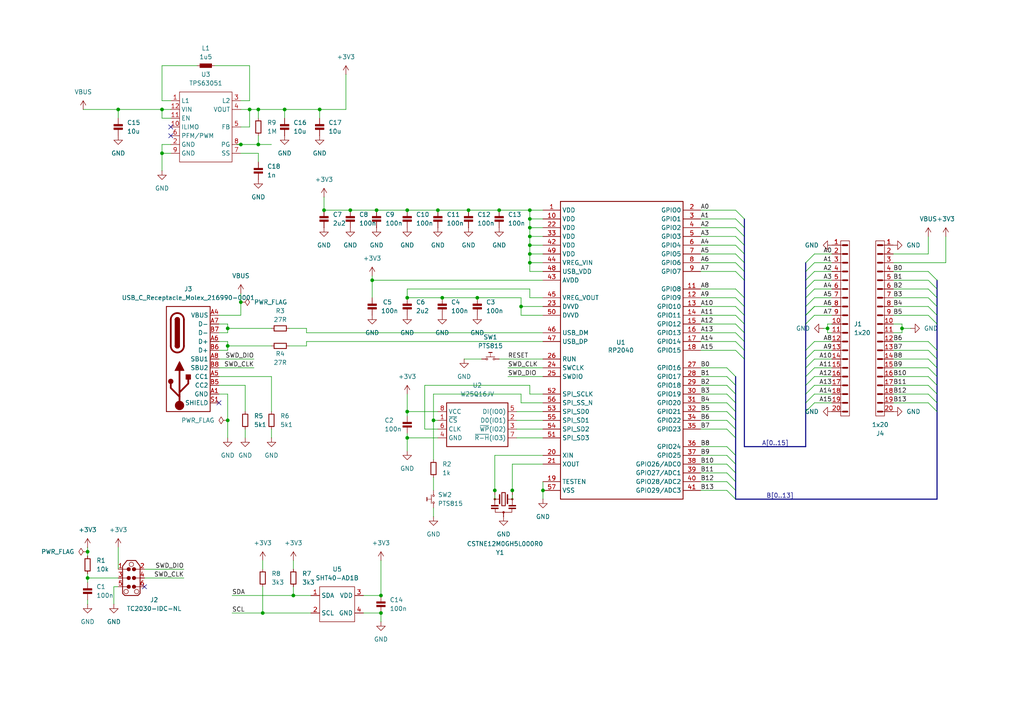
<source format=kicad_sch>
(kicad_sch (version 20231120) (generator "eeschema") (generator_version "8.0")
  (paper "A4")
  (title_block (title "Stone Pi Board") (date "2025-02-12") (rev "1") (company "Useless Ltd.") (comment 1 "x") (comment 2 "x") (comment 3 "x") (comment 4 "x") (comment 5 "x") (comment 6 "x") (comment 7 "x") (comment 8 "x") (comment 9 "x"))
  (junction (at 261.62 95.25))
  (junction (at 153.67 68.58))
  (junction (at 153.67 73.66))
  (junction (at 93.98 60.96))
  (junction (at 153.67 66.04))
  (junction (at 118.11 86.36))
  (junction (at 128.27 86.36))
  (junction (at 101.6 60.96))
  (junction (at 74.93 41.91))
  (junction (at 34.29 31.75))
  (junction (at 66.04 100.33))
  (junction (at 109.22 60.96))
  (junction (at 153.67 63.5))
  (junction (at 69.85 87.63))
  (junction (at 25.4 167.64))
  (junction (at 125.73 121.92))
  (junction (at 151.13 88.9))
  (junction (at 148.59 142.24))
  (junction (at 46.99 31.75))
  (junction (at 153.67 76.2))
  (junction (at 157.48 142.24))
  (junction (at 240.03 95.25))
  (junction (at 144.78 60.96))
  (junction (at 92.71 31.75))
  (junction (at 25.4 160.02))
  (junction (at 127 60.96))
  (junction (at 110.49 172.72))
  (junction (at 110.49 177.8))
  (junction (at 153.67 71.12))
  (junction (at 85.09 172.72))
  (junction (at 107.95 81.28))
  (junction (at 66.04 95.25))
  (junction (at 118.11 127))
  (junction (at 69.85 41.91))
  (junction (at 118.11 119.38))
  (junction (at 66.04 121.92))
  (junction (at 74.93 31.75))
  (junction (at 82.55 31.75))
  (junction (at 153.67 60.96))
  (junction (at 118.11 60.96))
  (junction (at 46.99 44.45))
  (junction (at 135.89 60.96))
  (junction (at 72.39 31.75))
  (junction (at 143.51 142.24))
  (junction (at 138.43 86.36))
  (junction (at 76.2 177.8))
  (no_connect (at 49.53 36.83))
  (no_connect (at 41.91 170.18))
  (no_connect (at 49.53 39.37))
  (no_connect (at 63.5 116.84))
  (bus_entry (at 271.78 106.68) (size -2.54 -2.54))
  (bus_entry (at 271.78 86.36) (size -2.54 -2.54))
  (bus_entry (at 271.78 119.38) (size -2.54 -2.54))
  (bus_entry (at 215.9 68.58) (size -2.54 -2.54))
  (bus_entry (at 213.36 137.16) (size -2.54 -2.54))
  (bus_entry (at 236.22 88.9) (size -2.54 2.54))
  (bus_entry (at 213.36 144.78) (size -2.54 -2.54))
  (bus_entry (at 215.9 93.98) (size -2.54 -2.54))
  (bus_entry (at 233.68 101.6) (size 2.54 -2.54))
  (bus_entry (at 215.9 96.52) (size -2.54 -2.54))
  (bus_entry (at 213.36 134.62) (size -2.54 -2.54))
  (bus_entry (at 213.36 119.38) (size -2.54 -2.54))
  (bus_entry (at 271.78 116.84) (size -2.54 -2.54))
  (bus_entry (at 233.68 81.28) (size 2.54 -2.54))
  (bus_entry (at 271.78 104.14) (size -2.54 -2.54))
  (bus_entry (at 233.68 111.76) (size 2.54 -2.54))
  (bus_entry (at 233.68 83.82) (size 2.54 -2.54))
  (bus_entry (at 271.78 83.82) (size -2.54 -2.54))
  (bus_entry (at 215.9 81.28) (size -2.54 -2.54))
  (bus_entry (at 215.9 101.6) (size -2.54 -2.54))
  (bus_entry (at 233.68 91.44) (size 2.54 -2.54))
  (bus_entry (at 233.68 106.68) (size 2.54 -2.54))
  (bus_entry (at 213.36 116.84) (size -2.54 -2.54))
  (bus_entry (at 213.36 142.24) (size -2.54 -2.54))
  (bus_entry (at 233.68 116.84) (size 2.54 -2.54))
  (bus_entry (at 213.36 114.3) (size -2.54 -2.54))
  (bus_entry (at 213.36 139.7) (size -2.54 -2.54))
  (bus_entry (at 271.78 114.3) (size -2.54 -2.54))
  (bus_entry (at 233.68 86.36) (size 2.54 -2.54))
  (bus_entry (at 215.9 78.74) (size -2.54 -2.54))
  (bus_entry (at 215.9 104.14) (size -2.54 -2.54))
  (bus_entry (at 271.78 81.28) (size -2.54 -2.54))
  (bus_entry (at 233.68 104.14) (size 2.54 -2.54))
  (bus_entry (at 215.9 91.44) (size -2.54 -2.54))
  (bus_entry (at 233.68 119.38) (size 2.54 -2.54))
  (bus_entry (at 236.22 91.44) (size -2.54 2.54))
  (bus_entry (at 233.68 114.3) (size 2.54 -2.54))
  (bus_entry (at 215.9 76.2) (size -2.54 -2.54))
  (bus_entry (at 271.78 88.9) (size -2.54 -2.54))
  (bus_entry (at 213.36 132.08) (size -2.54 -2.54))
  (bus_entry (at 271.78 109.22) (size -2.54 -2.54))
  (bus_entry (at 271.78 111.76) (size -2.54 -2.54))
  (bus_entry (at 215.9 71.12) (size -2.54 -2.54))
  (bus_entry (at 233.68 78.74) (size 2.54 -2.54))
  (bus_entry (at 215.9 99.06) (size -2.54 -2.54))
  (bus_entry (at 215.9 73.66) (size -2.54 -2.54))
  (bus_entry (at 271.78 101.6) (size -2.54 -2.54))
  (bus_entry (at 233.68 109.22) (size 2.54 -2.54))
  (bus_entry (at 215.9 86.36) (size -2.54 -2.54))
  (bus_entry (at 271.78 93.98) (size -2.54 -2.54))
  (bus_entry (at 233.68 76.2) (size 2.54 -2.54))
  (bus_entry (at 233.68 88.9) (size 2.54 -2.54))
  (bus_entry (at 213.36 109.22) (size -2.54 -2.54))
  (bus_entry (at 215.9 66.04) (size -2.54 -2.54))
  (bus_entry (at 215.9 63.5) (size -2.54 -2.54))
  (bus_entry (at 213.36 127) (size -2.54 -2.54))
  (bus_entry (at 215.9 88.9) (size -2.54 -2.54))
  (bus_entry (at 271.78 91.44) (size -2.54 -2.54))
  (bus_entry (at 213.36 111.76) (size -2.54 -2.54))
  (bus_entry (at 213.36 121.92) (size -2.54 -2.54))
  (bus_entry (at 213.36 124.46) (size -2.54 -2.54))
  (wire (pts (xy 25.4 167.64) (xy 25.4 168.91)))
  (wire (pts (xy 149.86 121.92) (xy 157.48 121.92)))
  (wire (pts (xy 66.04 121.92) (xy 66.04 127)))
  (wire (pts (xy 49.53 31.75) (xy 46.99 31.75)))
  (wire (pts (xy 259.08 73.66) (xy 269.24 73.66)))
  (wire (pts (xy 148.59 134.62) (xy 157.48 134.62)))
  (bus (pts (xy 213.36 111.76) (xy 213.36 114.3)))
  (wire (pts (xy 236.22 111.76) (xy 241.3 111.76)))
  (bus (pts (xy 213.36 109.22) (xy 213.36 111.76)))
  (wire (pts (xy 123.19 124.46) (xy 123.19 111.76)))
  (wire (pts (xy 259.08 109.22) (xy 269.24 109.22)))
  (wire (pts (xy 153.67 68.58) (xy 153.67 66.04)))
  (wire (pts (xy 125.73 114.3) (xy 151.13 114.3)))
  (wire (pts (xy 157.48 78.74) (xy 153.67 78.74)))
  (bus (pts (xy 271.78 104.14) (xy 271.78 106.68)))
  (wire (pts (xy 236.22 114.3) (xy 241.3 114.3)))
  (wire (pts (xy 147.32 106.68) (xy 157.48 106.68)))
  (wire (pts (xy 236.22 73.66) (xy 241.3 73.66)))
  (wire (pts (xy 261.62 93.98) (xy 261.62 95.25)))
  (bus (pts (xy 271.78 109.22) (xy 271.78 111.76)))
  (wire (pts (xy 153.67 66.04) (xy 153.67 63.5)))
  (bus (pts (xy 215.9 86.36) (xy 215.9 88.9)))
  (wire (pts (xy 259.08 88.9) (xy 269.24 88.9)))
  (wire (pts (xy 203.2 83.82) (xy 213.36 83.82)))
  (wire (pts (xy 153.67 76.2) (xy 157.48 76.2)))
  (wire (pts (xy 153.67 76.2) (xy 153.67 73.66)))
  (wire (pts (xy 236.22 109.22) (xy 241.3 109.22)))
  (wire (pts (xy 143.51 132.08) (xy 157.48 132.08)))
  (wire (pts (xy 72.39 19.05) (xy 72.39 29.21)))
  (bus (pts (xy 233.68 114.3) (xy 233.68 116.84)))
  (bus (pts (xy 215.9 99.06) (xy 215.9 101.6)))
  (wire (pts (xy 149.86 119.38) (xy 157.48 119.38)))
  (wire (pts (xy 157.48 91.44) (xy 151.13 91.44)))
  (bus (pts (xy 215.9 76.2) (xy 215.9 78.74)))
  (wire (pts (xy 259.08 114.3) (xy 269.24 114.3)))
  (wire (pts (xy 143.51 144.78) (xy 143.51 142.24)))
  (wire (pts (xy 85.09 172.72) (xy 90.17 172.72)))
  (bus (pts (xy 233.68 111.76) (xy 233.68 114.3)))
  (bus (pts (xy 213.36 127) (xy 213.36 132.08)))
  (wire (pts (xy 118.11 60.96) (xy 109.22 60.96)))
  (wire (pts (xy 66.04 100.33) (xy 78.74 100.33)))
  (bus (pts (xy 213.36 119.38) (xy 213.36 121.92)))
  (wire (pts (xy 76.2 170.18) (xy 76.2 177.8)))
  (wire (pts (xy 203.2 68.58) (xy 213.36 68.58)))
  (bus (pts (xy 215.9 71.12) (xy 215.9 73.66)))
  (wire (pts (xy 82.55 31.75) (xy 92.71 31.75)))
  (wire (pts (xy 203.2 101.6) (xy 213.36 101.6)))
  (wire (pts (xy 148.59 144.78) (xy 148.59 142.24)))
  (bus (pts (xy 233.68 78.74) (xy 233.68 81.28)))
  (wire (pts (xy 66.04 93.98) (xy 66.04 95.25)))
  (wire (pts (xy 203.2 132.08) (xy 210.82 132.08)))
  (wire (pts (xy 85.09 170.18) (xy 85.09 172.72)))
  (wire (pts (xy 203.2 137.16) (xy 210.82 137.16)))
  (wire (pts (xy 69.85 36.83) (xy 72.39 36.83)))
  (bus (pts (xy 271.78 88.9) (xy 271.78 91.44)))
  (wire (pts (xy 69.85 44.45) (xy 74.93 44.45)))
  (wire (pts (xy 143.51 142.24) (xy 143.51 132.08)))
  (wire (pts (xy 144.78 60.96) (xy 135.89 60.96)))
  (wire (pts (xy 118.11 86.36) (xy 128.27 86.36)))
  (wire (pts (xy 118.11 119.38) (xy 118.11 120.65)))
  (wire (pts (xy 153.67 78.74) (xy 153.67 76.2)))
  (bus (pts (xy 213.36 132.08) (xy 213.36 134.62)))
  (wire (pts (xy 72.39 31.75) (xy 69.85 31.75)))
  (wire (pts (xy 67.31 177.8) (xy 76.2 177.8)))
  (wire (pts (xy 203.2 86.36) (xy 213.36 86.36)))
  (wire (pts (xy 118.11 86.36) (xy 118.11 83.82)))
  (wire (pts (xy 236.22 76.2) (xy 241.3 76.2)))
  (wire (pts (xy 240.03 96.52) (xy 240.03 95.25)))
  (wire (pts (xy 25.4 167.64) (xy 34.29 167.64)))
  (wire (pts (xy 74.93 39.37) (xy 74.93 41.91)))
  (wire (pts (xy 82.55 34.29) (xy 82.55 31.75)))
  (bus (pts (xy 215.9 78.74) (xy 215.9 81.28)))
  (bus (pts (xy 215.9 73.66) (xy 215.9 76.2)))
  (wire (pts (xy 66.04 95.25) (xy 78.74 95.25)))
  (wire (pts (xy 76.2 177.8) (xy 90.17 177.8)))
  (wire (pts (xy 236.22 81.28) (xy 241.3 81.28)))
  (wire (pts (xy 78.74 109.22) (xy 78.74 119.38)))
  (wire (pts (xy 203.2 78.74) (xy 213.36 78.74)))
  (wire (pts (xy 41.91 167.64) (xy 53.34 167.64)))
  (wire (pts (xy 66.04 99.06) (xy 66.04 100.33)))
  (wire (pts (xy 240.03 93.98) (xy 241.3 93.98)))
  (wire (pts (xy 46.99 19.05) (xy 57.15 19.05)))
  (wire (pts (xy 34.29 158.75) (xy 34.29 165.1)))
  (wire (pts (xy 88.9 99.06) (xy 88.9 100.33)))
  (wire (pts (xy 63.5 91.44) (xy 69.85 91.44)))
  (wire (pts (xy 153.67 66.04) (xy 157.48 66.04)))
  (bus (pts (xy 271.78 144.78) (xy 213.36 144.78)))
  (wire (pts (xy 63.5 104.14) (xy 73.66 104.14)))
  (bus (pts (xy 233.68 93.98) (xy 233.68 101.6)))
  (wire (pts (xy 203.2 96.52) (xy 213.36 96.52)))
  (wire (pts (xy 153.67 73.66) (xy 157.48 73.66)))
  (wire (pts (xy 25.4 160.02) (xy 25.4 161.29)))
  (wire (pts (xy 88.9 95.25) (xy 83.82 95.25)))
  (wire (pts (xy 118.11 119.38) (xy 127 119.38)))
  (bus (pts (xy 213.36 124.46) (xy 213.36 127)))
  (wire (pts (xy 109.22 60.96) (xy 101.6 60.96)))
  (wire (pts (xy 203.2 119.38) (xy 210.82 119.38)))
  (wire (pts (xy 63.5 99.06) (xy 66.04 99.06)))
  (bus (pts (xy 215.9 93.98) (xy 215.9 96.52)))
  (bus (pts (xy 233.68 104.14) (xy 233.68 106.68)))
  (bus (pts (xy 271.78 81.28) (xy 271.78 83.82)))
  (bus (pts (xy 213.36 134.62) (xy 213.36 137.16)))
  (bus (pts (xy 271.78 119.38) (xy 271.78 144.78)))
  (wire (pts (xy 153.67 60.96) (xy 144.78 60.96)))
  (wire (pts (xy 92.71 31.75) (xy 100.33 31.75)))
  (bus (pts (xy 233.68 116.84) (xy 233.68 119.38)))
  (wire (pts (xy 71.12 111.76) (xy 71.12 119.38)))
  (wire (pts (xy 151.13 114.3) (xy 151.13 116.84)))
  (wire (pts (xy 63.5 111.76) (xy 71.12 111.76)))
  (wire (pts (xy 107.95 81.28) (xy 157.48 81.28)))
  (wire (pts (xy 148.59 142.24) (xy 148.59 134.62)))
  (wire (pts (xy 203.2 106.68) (xy 210.82 106.68)))
  (bus (pts (xy 215.9 81.28) (xy 215.9 86.36)))
  (wire (pts (xy 236.22 101.6) (xy 241.3 101.6)))
  (wire (pts (xy 118.11 127) (xy 127 127)))
  (wire (pts (xy 236.22 106.68) (xy 241.3 106.68)))
  (wire (pts (xy 153.67 71.12) (xy 153.67 68.58)))
  (wire (pts (xy 238.76 95.25) (xy 240.03 95.25)))
  (wire (pts (xy 153.67 71.12) (xy 157.48 71.12)))
  (wire (pts (xy 236.22 116.84) (xy 241.3 116.84)))
  (wire (pts (xy 261.62 95.25) (xy 264.16 95.25)))
  (wire (pts (xy 71.12 124.46) (xy 71.12 127)))
  (bus (pts (xy 233.68 88.9) (xy 233.68 91.44)))
  (wire (pts (xy 67.31 172.72) (xy 85.09 172.72)))
  (wire (pts (xy 66.04 114.3) (xy 66.04 121.92)))
  (bus (pts (xy 215.9 91.44) (xy 215.9 93.98)))
  (wire (pts (xy 259.08 111.76) (xy 269.24 111.76)))
  (wire (pts (xy 25.4 158.75) (xy 25.4 160.02)))
  (wire (pts (xy 203.2 73.66) (xy 213.36 73.66)))
  (bus (pts (xy 213.36 137.16) (xy 213.36 139.7)))
  (wire (pts (xy 203.2 88.9) (xy 213.36 88.9)))
  (wire (pts (xy 259.08 106.68) (xy 269.24 106.68)))
  (wire (pts (xy 203.2 93.98) (xy 213.36 93.98)))
  (wire (pts (xy 151.13 91.44) (xy 151.13 88.9)))
  (wire (pts (xy 157.48 139.7) (xy 157.48 142.24)))
  (wire (pts (xy 105.41 172.72) (xy 110.49 172.72)))
  (wire (pts (xy 85.09 162.56) (xy 85.09 165.1)))
  (wire (pts (xy 259.08 83.82) (xy 269.24 83.82)))
  (bus (pts (xy 213.36 116.84) (xy 213.36 119.38)))
  (wire (pts (xy 153.67 114.3) (xy 157.48 114.3)))
  (wire (pts (xy 118.11 114.3) (xy 118.11 119.38)))
  (wire (pts (xy 149.86 124.46) (xy 157.48 124.46)))
  (wire (pts (xy 25.4 166.37) (xy 25.4 167.64)))
  (bus (pts (xy 213.36 121.92) (xy 213.36 124.46)))
  (wire (pts (xy 66.04 100.33) (xy 66.04 101.6)))
  (wire (pts (xy 151.13 116.84) (xy 157.48 116.84)))
  (wire (pts (xy 93.98 57.15) (xy 93.98 60.96)))
  (wire (pts (xy 144.78 104.14) (xy 157.48 104.14)))
  (wire (pts (xy 236.22 86.36) (xy 241.3 86.36)))
  (bus (pts (xy 233.68 76.2) (xy 233.68 78.74)))
  (wire (pts (xy 88.9 100.33) (xy 83.82 100.33)))
  (wire (pts (xy 46.99 44.45) (xy 49.53 44.45)))
  (wire (pts (xy 259.08 78.74) (xy 269.24 78.74)))
  (bus (pts (xy 215.9 63.5) (xy 215.9 66.04)))
  (wire (pts (xy 118.11 83.82) (xy 153.67 83.82)))
  (wire (pts (xy 46.99 34.29) (xy 46.99 31.75)))
  (wire (pts (xy 203.2 139.7) (xy 210.82 139.7)))
  (bus (pts (xy 213.36 142.24) (xy 213.36 144.78)))
  (wire (pts (xy 203.2 111.76) (xy 210.82 111.76)))
  (wire (pts (xy 203.2 91.44) (xy 213.36 91.44)))
  (bus (pts (xy 271.78 111.76) (xy 271.78 114.3)))
  (wire (pts (xy 123.19 111.76) (xy 153.67 111.76)))
  (bus (pts (xy 271.78 106.68) (xy 271.78 109.22)))
  (wire (pts (xy 236.22 91.44) (xy 241.3 91.44)))
  (bus (pts (xy 271.78 86.36) (xy 271.78 88.9)))
  (wire (pts (xy 236.22 88.9) (xy 241.3 88.9)))
  (wire (pts (xy 274.32 68.58) (xy 274.32 76.2)))
  (wire (pts (xy 153.67 60.96) (xy 157.48 60.96)))
  (bus (pts (xy 213.36 139.7) (xy 213.36 142.24)))
  (wire (pts (xy 46.99 41.91) (xy 46.99 44.45)))
  (wire (pts (xy 203.2 129.54) (xy 210.82 129.54)))
  (bus (pts (xy 233.68 91.44) (xy 233.68 93.98)))
  (wire (pts (xy 88.9 96.52) (xy 157.48 96.52)))
  (wire (pts (xy 72.39 36.83) (xy 72.39 31.75)))
  (wire (pts (xy 66.04 101.6) (xy 63.5 101.6)))
  (bus (pts (xy 233.68 83.82) (xy 233.68 86.36)))
  (wire (pts (xy 134.62 104.14) (xy 139.7 104.14)))
  (wire (pts (xy 259.08 76.2) (xy 274.32 76.2)))
  (wire (pts (xy 259.08 86.36) (xy 269.24 86.36)))
  (wire (pts (xy 68.58 41.91) (xy 69.85 41.91)))
  (bus (pts (xy 215.9 101.6) (xy 215.9 104.14)))
  (wire (pts (xy 153.67 86.36) (xy 157.48 86.36)))
  (bus (pts (xy 215.9 88.9) (xy 215.9 91.44)))
  (wire (pts (xy 49.53 34.29) (xy 46.99 34.29)))
  (wire (pts (xy 49.53 29.21) (xy 46.99 29.21)))
  (wire (pts (xy 118.11 127) (xy 118.11 130.81)))
  (wire (pts (xy 259.08 116.84) (xy 269.24 116.84)))
  (bus (pts (xy 233.68 81.28) (xy 233.68 83.82)))
  (wire (pts (xy 203.2 134.62) (xy 210.82 134.62)))
  (wire (pts (xy 63.5 93.98) (xy 66.04 93.98)))
  (wire (pts (xy 259.08 93.98) (xy 261.62 93.98)))
  (bus (pts (xy 271.78 83.82) (xy 271.78 86.36)))
  (wire (pts (xy 74.93 41.91) (xy 78.74 41.91)))
  (wire (pts (xy 259.08 91.44) (xy 269.24 91.44)))
  (wire (pts (xy 153.67 111.76) (xy 153.67 114.3)))
  (wire (pts (xy 72.39 31.75) (xy 74.93 31.75)))
  (wire (pts (xy 138.43 86.36) (xy 151.13 86.36)))
  (wire (pts (xy 135.89 60.96) (xy 127 60.96)))
  (wire (pts (xy 203.2 124.46) (xy 210.82 124.46)))
  (wire (pts (xy 203.2 109.22) (xy 210.82 109.22)))
  (wire (pts (xy 74.93 44.45) (xy 74.93 46.99)))
  (wire (pts (xy 153.67 63.5) (xy 153.67 60.96)))
  (wire (pts (xy 118.11 125.73) (xy 118.11 127)))
  (bus (pts (xy 233.68 86.36) (xy 233.68 88.9)))
  (bus (pts (xy 215.9 96.52) (xy 215.9 99.06)))
  (wire (pts (xy 76.2 162.56) (xy 76.2 165.1)))
  (wire (pts (xy 149.86 127) (xy 157.48 127)))
  (wire (pts (xy 203.2 121.92) (xy 210.82 121.92)))
  (wire (pts (xy 125.73 147.32) (xy 125.73 149.86)))
  (wire (pts (xy 203.2 116.84) (xy 210.82 116.84)))
  (wire (pts (xy 33.02 170.18) (xy 34.29 170.18)))
  (wire (pts (xy 25.4 173.99) (xy 25.4 175.26)))
  (bus (pts (xy 213.36 114.3) (xy 213.36 116.84)))
  (wire (pts (xy 127 124.46) (xy 123.19 124.46)))
  (wire (pts (xy 259.08 99.06) (xy 269.24 99.06)))
  (wire (pts (xy 125.73 114.3) (xy 125.73 121.92)))
  (wire (pts (xy 236.22 99.06) (xy 241.3 99.06)))
  (wire (pts (xy 259.08 104.14) (xy 269.24 104.14)))
  (wire (pts (xy 203.2 60.96) (xy 213.36 60.96)))
  (wire (pts (xy 63.5 114.3) (xy 66.04 114.3)))
  (bus (pts (xy 271.78 114.3) (xy 271.78 116.84)))
  (wire (pts (xy 127 121.92) (xy 125.73 121.92)))
  (wire (pts (xy 107.95 80.01) (xy 107.95 81.28)))
  (wire (pts (xy 241.3 96.52) (xy 240.03 96.52)))
  (wire (pts (xy 33.02 170.18) (xy 33.02 175.26)))
  (wire (pts (xy 46.99 29.21) (xy 46.99 19.05)))
  (wire (pts (xy 203.2 99.06) (xy 213.36 99.06)))
  (wire (pts (xy 153.67 63.5) (xy 157.48 63.5)))
  (bus (pts (xy 271.78 93.98) (xy 271.78 101.6)))
  (bus (pts (xy 271.78 101.6) (xy 271.78 104.14)))
  (wire (pts (xy 203.2 114.3) (xy 210.82 114.3)))
  (wire (pts (xy 236.22 104.14) (xy 241.3 104.14)))
  (wire (pts (xy 66.04 96.52) (xy 63.5 96.52)))
  (wire (pts (xy 100.33 21.59) (xy 100.33 31.75)))
  (wire (pts (xy 153.67 73.66) (xy 153.67 71.12)))
  (wire (pts (xy 269.24 68.58) (xy 269.24 73.66)))
  (wire (pts (xy 66.04 95.25) (xy 66.04 96.52)))
  (wire (pts (xy 74.93 31.75) (xy 82.55 31.75)))
  (wire (pts (xy 63.5 106.68) (xy 73.66 106.68)))
  (wire (pts (xy 128.27 86.36) (xy 138.43 86.36)))
  (wire (pts (xy 259.08 101.6) (xy 269.24 101.6)))
  (wire (pts (xy 261.62 95.25) (xy 261.62 96.52)))
  (wire (pts (xy 203.2 71.12) (xy 213.36 71.12)))
  (wire (pts (xy 34.29 31.75) (xy 34.29 34.29)))
  (wire (pts (xy 63.5 109.22) (xy 78.74 109.22)))
  (bus (pts (xy 233.68 119.38) (xy 233.68 129.54)))
  (wire (pts (xy 153.67 83.82) (xy 153.67 86.36)))
  (wire (pts (xy 236.22 83.82) (xy 241.3 83.82)))
  (wire (pts (xy 203.2 76.2) (xy 213.36 76.2)))
  (wire (pts (xy 46.99 31.75) (xy 34.29 31.75)))
  (wire (pts (xy 69.85 91.44) (xy 69.85 87.63)))
  (wire (pts (xy 151.13 88.9) (xy 157.48 88.9)))
  (wire (pts (xy 259.08 81.28) (xy 269.24 81.28)))
  (bus (pts (xy 215.9 104.14) (xy 215.9 129.54)))
  (bus (pts (xy 233.68 106.68) (xy 233.68 109.22)))
  (wire (pts (xy 69.85 41.91) (xy 74.93 41.91)))
  (wire (pts (xy 110.49 162.56) (xy 110.49 172.72)))
  (bus (pts (xy 233.68 109.22) (xy 233.68 111.76)))
  (wire (pts (xy 69.85 87.63) (xy 69.85 85.09)))
  (bus (pts (xy 215.9 68.58) (xy 215.9 71.12)))
  (wire (pts (xy 107.95 86.36) (xy 107.95 81.28)))
  (bus (pts (xy 233.68 101.6) (xy 233.68 104.14)))
  (bus (pts (xy 215.9 129.54) (xy 233.68 129.54)))
  (wire (pts (xy 203.2 142.24) (xy 210.82 142.24)))
  (wire (pts (xy 147.32 109.22) (xy 157.48 109.22)))
  (wire (pts (xy 74.93 34.29) (xy 74.93 31.75)))
  (wire (pts (xy 78.74 124.46) (xy 78.74 127)))
  (wire (pts (xy 49.53 41.91) (xy 46.99 41.91)))
  (bus (pts (xy 271.78 116.84) (xy 271.78 119.38)))
  (wire (pts (xy 24.13 31.75) (xy 34.29 31.75)))
  (wire (pts (xy 110.49 177.8) (xy 110.49 180.34)))
  (wire (pts (xy 240.03 95.25) (xy 240.03 93.98)))
  (wire (pts (xy 125.73 138.43) (xy 125.73 142.24)))
  (wire (pts (xy 203.2 63.5) (xy 213.36 63.5)))
  (wire (pts (xy 101.6 60.96) (xy 93.98 60.96)))
  (bus (pts (xy 215.9 66.04) (xy 215.9 68.58)))
  (wire (pts (xy 151.13 88.9) (xy 151.13 86.36)))
  (wire (pts (xy 46.99 44.45) (xy 46.99 49.53)))
  (wire (pts (xy 203.2 66.04) (xy 213.36 66.04)))
  (wire (pts (xy 72.39 29.21) (xy 69.85 29.21)))
  (wire (pts (xy 105.41 177.8) (xy 110.49 177.8)))
  (bus (pts (xy 271.78 91.44) (xy 271.78 93.98)))
  (wire (pts (xy 41.91 165.1) (xy 53.34 165.1)))
  (wire (pts (xy 92.71 34.29) (xy 92.71 31.75)))
  (wire (pts (xy 261.62 96.52) (xy 259.08 96.52)))
  (wire (pts (xy 62.23 19.05) (xy 72.39 19.05)))
  (wire (pts (xy 157.48 142.24) (xy 157.48 144.78)))
  (wire (pts (xy 88.9 96.52) (xy 88.9 95.25)))
  (wire (pts (xy 125.73 121.92) (xy 125.73 133.35)))
  (wire (pts (xy 88.9 99.06) (xy 157.48 99.06)))
  (wire (pts (xy 153.67 68.58) (xy 157.48 68.58)))
  (wire (pts (xy 236.22 78.74) (xy 241.3 78.74)))
  (wire (pts (xy 127 60.96) (xy 118.11 60.96)))
  (label "B4" (at 259.08 88.9 0))
  (label "B9" (at 203.2 132.08 0))
  (label "B2" (at 203.2 111.76 0))
  (label "A2" (at 203.2 66.04 0))
  (label "B[0..13]" (at 222.25 144.78 0))
  (label "A5" (at 203.2 73.66 0))
  (label "B13" (at 203.2 142.24 0))
  (label "A13" (at 203.2 96.52 0))
  (label "A9" (at 241.3 101.6 180))
  (label "RESET" (at 147.32 104.14 0))
  (label "B11" (at 203.2 137.16 0))
  (label "B12" (at 259.08 114.3 0))
  (label "A8" (at 241.3 99.06 180))
  (label "B1" (at 259.08 81.28 0))
  (label "A10" (at 241.3 104.14 180))
  (label "A4" (at 241.3 83.82 180))
  (label "B5" (at 259.08 91.44 0))
  (label "B7" (at 203.2 124.46 0))
  (label "A1" (at 241.3 76.2 180))
  (label "SCL" (at 67.31 177.8 0))
  (label "SWD_CLK" (at 73.66 106.68 180))
  (label "B4" (at 203.2 116.84 0))
  (label "B10" (at 203.2 134.62 0))
  (label "A10" (at 203.2 88.9 0))
  (label "A6" (at 203.2 76.2 0))
  (label "B3" (at 203.2 114.3 0))
  (label "B2" (at 259.08 83.82 0))
  (label "B8" (at 259.08 104.14 0))
  (label "A15" (at 241.3 116.84 180))
  (label "A7" (at 241.3 91.44 180))
  (label "B11" (at 259.08 111.76 0))
  (label "A1" (at 203.2 63.5 0))
  (label "A14" (at 241.3 114.3 180))
  (label "A2" (at 241.3 78.74 180))
  (label "B3" (at 259.08 86.36 0))
  (label "A3" (at 241.3 81.28 180))
  (label "SWD_CLK" (at 147.32 106.68 0))
  (label "A6" (at 241.3 88.9 180))
  (label "A12" (at 241.3 109.22 180))
  (label "A[0..15]" (at 220.98 129.54 0))
  (label "A11" (at 203.2 91.44 0))
  (label "B0" (at 259.08 78.74 0))
  (label "A8" (at 203.2 83.82 0))
  (label "A4" (at 203.2 71.12 0))
  (label "B6" (at 259.08 99.06 0))
  (label "SWD_DIO" (at 73.66 104.14 180))
  (label "B8" (at 203.2 129.54 0))
  (label "A12" (at 203.2 93.98 0))
  (label "A7" (at 203.2 78.74 0))
  (label "B9" (at 259.08 106.68 0))
  (label "B1" (at 203.2 109.22 0))
  (label "A14" (at 203.2 99.06 0))
  (label "A15" (at 203.2 101.6 0))
  (label "B13" (at 259.08 116.84 0))
  (label "B5" (at 203.2 119.38 0))
  (label "SDA" (at 67.31 172.72 0))
  (label "A9" (at 203.2 86.36 0))
  (label "A13" (at 241.3 111.76 180))
  (label "B7" (at 259.08 101.6 0))
  (label "B6" (at 203.2 121.92 0))
  (label "A0" (at 203.2 60.96 0))
  (label "A11" (at 241.3 106.68 180))
  (label "B12" (at 203.2 139.7 0))
  (label "A0" (at 241.3 73.66 180))
  (label "SWD_CLK" (at 53.34 167.64 180))
  (label "A5" (at 241.3 86.36 180))
  (label "B10" (at 259.08 109.22 0))
  (label "B0" (at 203.2 106.68 0))
  (label "A3" (at 203.2 68.58 0))
  (label "SWD_DIO" (at 53.34 165.1 180))
  (label "SWD_DIO" (at 147.32 109.22 0))
  (symbol (lib_id "db:capacitor/05.040.289.0") (at 74.93 49.53 0) (unit 1)
    (property "Reference" "C18" (at 77.47 48.2599 0) (effects (justify left)))
    (property "Value" "1n" (at 77.47 50.7999 0) (effects (justify left)))
    (property "Footprint" "passive:C_0402" (effects (hide yes)))
    (property "Description" "MLCC" (effects (hide yes)))
    (property "Designator" "C" (effects (hide yes)))
    (property "Category" "capacitor" (effects (hide yes)))
    (property "MFR" "Samsung" (effects (hide yes)))
    (property "MFR#" "CL05B102KO5NNWC" (effects (hide yes)))
    (property "Rating" "16V, 10%, X7R" (effects (hide yes)))
    (property "Dist1" "mouser" (effects (hide yes)))
    (property "Dist1#" "187-CL05B102KO5NNWC" (effects (hide yes)))
    (property "Dist2" "none" (effects (hide yes)))
    (property "Dist3" "none" (effects (hide yes)))
    (property "Active" "1" (effects (hide yes)))
    (property "Version" "0" (effects (hide yes)))
    (property "Modified" "2024-02-14 19:30:12" (effects (hide yes)))
    (property "FP" "C_0402" (effects (hide yes)))
  )
  (symbol (lib_id "db:capacitor/05.000.0015") (at 128.27 88.9 0) (unit 1)
    (property "Reference" "C4" (at 130.81 87.63 0) (effects (justify left)))
    (property "Value" "100n" (at 130.81 90.1699 0) (effects (justify left)))
    (property "Footprint" "passive:C_0402" (effects (hide yes)))
    (property "Datasheet" "${KICAD_USER_DATASHEET_DIR}passive/capacitor_samsung.pdf" (effects (hide yes)))
    (property "Designator" "C" (effects (hide yes)))
    (property "Category" "capacitor" (effects (hide yes)))
    (property "MFR" "Samsung" (effects (hide yes)))
    (property "MFR#" "CL21B105KO5NNWC" (effects (hide yes)))
    (property "Rating" "16V, 10%, X7R" (effects (hide yes)))
    (property "Dist1" "mouser" (effects (hide yes)))
    (property "Dist1#" "187-CL21A226MPQNNNE\n" (effects (hide yes)))
    (property "Dist2" "none" (effects (hide yes)))
    (property "Dist3" "none" (effects (hide yes)))
    (property "Active" "1" (effects (hide yes)))
    (property "Version" "2" (effects (hide yes)))
    (property "Modified" "2025-02-12 11:53:18" (effects (hide yes)))
    (property "FP" "C_0402" (effects (hide yes)))
  )
  (symbol (lib_id "power:PWR_FLAG") (at 25.4 160.02 90) (unit 1)
    (property "Reference" "#FLG03" (effects (hide yes)))
    (property "Value" "PWR_FLAG" (at 21.59 160.0199 90) (effects (justify left)))
    (property "Description" "Special symbol for telling ERC where power comes from" (effects (hide yes)))
  )
  (symbol (lib_id "power:GND") (at 134.62 104.14 0) (unit 1)
    (property "Reference" "#PWR046" (effects (hide yes)))
    (property "Value" "GND" (at 134.62 109.22 0))
    (property "Description" "Power symbol creates a global label with name \"GND\" , ground" (effects (hide yes)))
  )
  (symbol (lib_id "power:+3V3") (at 107.95 80.01 0) (unit 1)
    (property "Reference" "#PWR014" (effects (hide yes)))
    (property "Value" "+3V3" (at 107.95 74.93 0))
    (property "Description" "Power symbol creates a global label with name \"+3V3\"" (effects (hide yes)))
  )
  (symbol (lib_id "db:capacitor/05.000.0015") (at 144.78 63.5 0) (unit 1)
    (property "Reference" "C13" (at 147.32 62.2299 0) (effects (justify left)))
    (property "Value" "100n" (at 147.32 64.7699 0) (effects (justify left)))
    (property "Footprint" "passive:C_0402" (effects (hide yes)))
    (property "Datasheet" "${KICAD_USER_DATASHEET_DIR}passive/capacitor_samsung.pdf" (effects (hide yes)))
    (property "Designator" "C" (effects (hide yes)))
    (property "Category" "capacitor" (effects (hide yes)))
    (property "MFR" "Samsung" (effects (hide yes)))
    (property "MFR#" "CL21B105KO5NNWC" (effects (hide yes)))
    (property "Rating" "16V, 10%, X7R" (effects (hide yes)))
    (property "Dist1" "mouser" (effects (hide yes)))
    (property "Dist1#" "187-CL21A226MPQNNNE\n" (effects (hide yes)))
    (property "Dist2" "none" (effects (hide yes)))
    (property "Dist3" "none" (effects (hide yes)))
    (property "Active" "1" (effects (hide yes)))
    (property "Version" "2" (effects (hide yes)))
    (property "Modified" "2025-02-12 11:53:18" (effects (hide yes)))
    (property "FP" "C_0402" (effects (hide yes)))
  )
  (symbol (lib_id "db:ic/26.000.0017") (at 97.79 175.26 0) (unit 1)
    (property "Reference" "U5" (at 97.79 165.1 0))
    (property "Value" "SHT40-AD1B" (at 97.79 167.64 0))
    (property "Footprint" "ic:Sensirion_DFN-4_1.5x1.5mm_P0.8mm_SHT4x_NoCentralPad" (effects (hide yes)))
    (property "Datasheet" "${KICAD_USER_DATASHEET_DIR}ic/SHT4x.pdf" (effects (hide yes)))
    (property "Designator" "U" (effects (hide yes)))
    (property "Category" "ic" (effects (hide yes)))
    (property "MFR" "Sensirion" (effects (hide yes)))
    (property "MFR#" "SHT40-AD1B-R2\n" (effects (hide yes)))
    (property "Dist1" "mouser" (effects (hide yes)))
    (property "Dist1#" "403-SHT40-AD1B-R2\n" (effects (hide yes)))
    (property "Dist2" "none" (effects (hide yes)))
    (property "Dist3" "none" (effects (hide yes)))
    (property "Active" "1" (effects (hide yes)))
    (property "Version" "5" (effects (hide yes)))
    (property "Modified" "2025-02-13 12:49:42" (effects (hide yes)))
    (property "FP" "Sensirion_DFN-4_1.5x1.5mm_P0.8mm_SHT4x_NoCentralPad" (effects (hide yes)))
  )
  (symbol (lib_id "db:resistor/21.040.467.0") (at 71.12 121.92 0) (unit 1)
    (property "Reference" "R5" (at 73.66 120.6499 0) (effects (justify left)))
    (property "Value" "5k1" (at 73.66 123.1899 0) (effects (justify left)))
    (property "Footprint" "passive:R_0402" (effects (hide yes)))
    (property "Datasheet" "${KICAD_USER_DATASHEET_DIR}passive/Resistors - YAGEO.pdf" (effects (hide yes)))
    (property "Designator" "R" (effects (hide yes)))
    (property "Category" "resistor" (effects (hide yes)))
    (property "MFR" "Yageo" (effects (hide yes)))
    (property "MFR#" "RC0402FR-075K1L" (effects (hide yes)))
    (property "Rating" "50V, 62.5mW, 1%" (effects (hide yes)))
    (property "Dist1" "mouser" (effects (hide yes)))
    (property "Dist1#" "603-RC0402FR-075K1L" (effects (hide yes)))
    (property "Dist2" "none" (effects (hide yes)))
    (property "Dist3" "none" (effects (hide yes)))
    (property "Active" "1" (effects (hide yes)))
    (property "Version" "0" (effects (hide yes)))
    (property "Modified" "2024-02-14 19:30:12" (effects (hide yes)))
    (property "FP" "R_0402" (effects (hide yes)))
  )
  (symbol (lib_id "power:GND") (at 127 66.04 0) (unit 1)
    (property "Reference" "#PWR023" (effects (hide yes)))
    (property "Value" "GND" (at 127 71.12 0))
    (property "Description" "Power symbol creates a global label with name \"GND\" , ground" (effects (hide yes)))
  )
  (symbol (lib_id "db:switch/23.000.0016") (at 142.24 104.14 0) (unit 1)
    (property "Reference" "SW1" (at 142.24 97.79 0))
    (property "Value" "PTS815" (at 142.24 100.33 0))
    (property "Footprint" "switch:TS02-66-Series" (effects (hide yes)))
    (property "Datasheet" "${KICAD_USER_DATASHEET_DIR}passive/pts815.pdf" (effects (hide yes)))
    (property "Designator" "SW" (effects (hide yes)))
    (property "Category" "switch" (effects (hide yes)))
    (property "MFR" "C&K" (effects (hide yes)))
    (property "MFR#" "PTS815SJM250SMTR" (effects (hide yes)))
    (property "Rating" "-40˚C to 90˚C" (effects (hide yes)))
    (property "Dist1" "mouser" (effects (hide yes)))
    (property "Dist1#" "611-PTS815SJK250SMTR\n" (effects (hide yes)))
    (property "Dist2" "none" (effects (hide yes)))
    (property "Dist3" "none" (effects (hide yes)))
    (property "Active" "1" (effects (hide yes)))
    (property "Version" "5" (effects (hide yes)))
    (property "Modified" "2025-02-13 12:47:32" (effects (hide yes)))
    (property "FP" "TS02-66-Series" (effects (hide yes)))
  )
  (symbol (lib_id "db:capacitor/05.000.0015") (at 135.89 63.5 0) (unit 1)
    (property "Reference" "C12" (at 138.43 62.2299 0) (effects (justify left)))
    (property "Value" "100n" (at 138.43 64.7699 0) (effects (justify left)))
    (property "Footprint" "passive:C_0402" (effects (hide yes)))
    (property "Datasheet" "${KICAD_USER_DATASHEET_DIR}passive/capacitor_samsung.pdf" (effects (hide yes)))
    (property "Designator" "C" (effects (hide yes)))
    (property "Category" "capacitor" (effects (hide yes)))
    (property "MFR" "Samsung" (effects (hide yes)))
    (property "MFR#" "CL21B105KO5NNWC" (effects (hide yes)))
    (property "Rating" "16V, 10%, X7R" (effects (hide yes)))
    (property "Dist1" "mouser" (effects (hide yes)))
    (property "Dist1#" "187-CL21A226MPQNNNE\n" (effects (hide yes)))
    (property "Dist2" "none" (effects (hide yes)))
    (property "Dist3" "none" (effects (hide yes)))
    (property "Active" "1" (effects (hide yes)))
    (property "Version" "2" (effects (hide yes)))
    (property "Modified" "2025-02-12 11:53:18" (effects (hide yes)))
    (property "FP" "C_0402" (effects (hide yes)))
  )
  (symbol (lib_id "db:capacitor/05.000.0015") (at 127 63.5 0) (unit 1)
    (property "Reference" "C11" (at 129.54 62.2299 0) (effects (justify left)))
    (property "Value" "100n" (at 129.54 64.7699 0) (effects (justify left)))
    (property "Footprint" "passive:C_0402" (effects (hide yes)))
    (property "Datasheet" "${KICAD_USER_DATASHEET_DIR}passive/capacitor_samsung.pdf" (effects (hide yes)))
    (property "Designator" "C" (effects (hide yes)))
    (property "Category" "capacitor" (effects (hide yes)))
    (property "MFR" "Samsung" (effects (hide yes)))
    (property "MFR#" "CL21B105KO5NNWC" (effects (hide yes)))
    (property "Rating" "16V, 10%, X7R" (effects (hide yes)))
    (property "Dist1" "mouser" (effects (hide yes)))
    (property "Dist1#" "187-CL21A226MPQNNNE\n" (effects (hide yes)))
    (property "Dist2" "none" (effects (hide yes)))
    (property "Dist3" "none" (effects (hide yes)))
    (property "Active" "1" (effects (hide yes)))
    (property "Version" "2" (effects (hide yes)))
    (property "Modified" "2025-02-12 11:53:18" (effects (hide yes)))
    (property "FP" "C_0402" (effects (hide yes)))
  )
  (symbol (lib_id "db:resistor/21.000.0020") (at 74.93 36.83 0) (unit 1)
    (property "Reference" "R9" (at 77.47 35.5599 0) (effects (justify left)))
    (property "Value" "1M" (at 77.47 38.0999 0) (effects (justify left)))
    (property "Footprint" "passive:R_0402" (effects (hide yes)))
    (property "Datasheet" "${KICAD_USER_DATASHEET_DIR}passive/Resistors - YAGEO.pdf" (effects (hide yes)))
    (property "Designator" "R" (effects (hide yes)))
    (property "Category" "resistor" (effects (hide yes)))
    (property "MFR" "Yageo" (effects (hide yes)))
    (property "MFR#" "RC0402FR-071ML" (effects (hide yes)))
    (property "Rating" "50V, 62.5mW, 1%" (effects (hide yes)))
    (property "Dist1" "mouser" (effects (hide yes)))
    (property "Dist1#" "603-RC0402FR-071ML" (effects (hide yes)))
    (property "Dist2" "none" (effects (hide yes)))
    (property "Dist3" "none" (effects (hide yes)))
    (property "Active" "1" (effects (hide yes)))
    (property "Version" "1" (effects (hide yes)))
    (property "Modified" "2025-02-12 13:32:34" (effects (hide yes)))
    (property "FP" "R_0402" (effects (hide yes)))
  )
  (symbol (lib_id "power:+3V3") (at 274.32 68.58 0) (unit 1)
    (property "Reference" "#PWR045" (effects (hide yes)))
    (property "Value" "+3V3" (at 274.32 63.5 0))
    (property "Description" "Power symbol creates a global label with name \"+3V3\"" (effects (hide yes)))
  )
  (symbol (lib_id "db:capacitor/05.000.0015") (at 109.22 63.5 0) (unit 1)
    (property "Reference" "C9" (at 111.76 62.2299 0) (effects (justify left)))
    (property "Value" "100n" (at 111.76 64.7699 0) (effects (justify left)))
    (property "Footprint" "passive:C_0402" (effects (hide yes)))
    (property "Datasheet" "${KICAD_USER_DATASHEET_DIR}passive/capacitor_samsung.pdf" (effects (hide yes)))
    (property "Designator" "C" (effects (hide yes)))
    (property "Category" "capacitor" (effects (hide yes)))
    (property "MFR" "Samsung" (effects (hide yes)))
    (property "MFR#" "CL21B105KO5NNWC" (effects (hide yes)))
    (property "Rating" "16V, 10%, X7R" (effects (hide yes)))
    (property "Dist1" "mouser" (effects (hide yes)))
    (property "Dist1#" "187-CL21A226MPQNNNE\n" (effects (hide yes)))
    (property "Dist2" "none" (effects (hide yes)))
    (property "Dist3" "none" (effects (hide yes)))
    (property "Active" "1" (effects (hide yes)))
    (property "Version" "2" (effects (hide yes)))
    (property "Modified" "2025-02-12 11:53:18" (effects (hide yes)))
    (property "FP" "C_0402" (effects (hide yes)))
  )
  (symbol (lib_id "connector:TC2030-IDC-NL") (at 38.1 167.64 0) (unit 1)
    (property "Reference" "J2" (at 44.704 173.99 0))
    (property "Value" "TC2030-IDC-NL" (at 44.704 176.53 0))
    (property "Footprint" "connector:TC2030-IDC-NL" (effects (hide yes)))
    (property "Datasheet" "${KICAD_USER_DATASHEET_DIR}\\connector\\TagConnect - TC2030-IDC-NL-Datasheet-Rev-B.pdf" (effects (hide yes)))
    (property "Description" "6-Pin, No Legs, micro-connector for Cortex processors" (effects (hide yes)))
    (property "MFR" "Tag-Connect" (effects (hide yes)))
    (property "MFR#" "TC2030-IDC-NL" (effects (hide yes)))
  )
  (symbol (lib_id "power:GND") (at 128.27 91.44 0) (unit 1)
    (property "Reference" "#PWR017" (effects (hide yes)))
    (property "Value" "GND" (at 128.27 96.52 0))
    (property "Description" "Power symbol creates a global label with name \"GND\" , ground" (effects (hide yes)))
  )
  (symbol (lib_id "db:crystal/27.010.001") (at 146.05 144.78 0) (unit 1)
    (property "Reference" "Y1" (at 143.764 160.274 0) (effects (justify left)))
    (property "Value" "CSTNE12M0GH5L000R0" (at 135.382 157.734 0) (effects (justify left)))
    (property "Footprint" "crystal:Resonator_SMD_Murata_CSTxExxV-3Pin_3.0x1.1mm" (effects (hide yes)))
    (property "Datasheet" "${KICAD_USER_DATASHEET_DIR}\\crystal\\Resonator - CSTNE12M0GH5L000R0.pdf" (effects (hide yes)))
    (property "Description" "Three pin ceramic resonator, 12MHz, consumer, 0.07%" (effects (hide yes)))
    (property "Designator" "Y" (effects (hide yes)))
    (property "Category" "crystal" (effects (hide yes)))
    (property "MFR" "muRata" (effects (hide yes)))
    (property "MFR#" "CSTNE12M0GH5L000R0" (effects (hide yes)))
    (property "Rating" "12MHz, 0.07%" (effects (hide yes)))
    (property "Dist1" "mouser" (effects (hide yes)))
    (property "Dist1#" "81-CSTNE12M0GH5L000R" (effects (hide yes)))
    (property "Dist2" "none" (effects (hide yes)))
    (property "Dist3" "none" (effects (hide yes)))
    (property "Active" "1" (effects (hide yes)))
    (property "Version" "1" (effects (hide yes)))
    (property "Modified" "2025-02-10 21:43:17" (effects (hide yes)))
    (property "FP" "Resonator_SMD_Murata_CSTxExxV-3Pin_3.0x1.1mm" (effects (hide yes)))
  )
  (symbol (lib_id "db:inductor/") (at 59.69 19.05 90) (unit 1)
    (property "Reference" "L1" (at 59.69 13.97 90))
    (property "Value" "1u5" (at 59.69 16.51 90))
    (property "Footprint" "passive:L_3.2x2.5" (effects (hide yes)))
    (property "Datasheet" "${KICAD_USER_DATASHEET_DIR}\\passive\\Inductor - SRP3212A Series.pdf" (effects (hide yes)))
    (property "Description" "Shielded Power Inductor" (effects (hide yes)))
    (property "Designator" "L" (effects (hide yes)))
    (property "Category" "inductor" (effects (hide yes)))
    (property "MFR" "Bourns" (effects (hide yes)))
    (property "MFR#" "SRP3212A-1R2M\n" (effects (hide yes)))
    (property "Rating" "4A, 20%, 61mOhm" (effects (hide yes)))
    (property "Dist1" "mouser" (effects (hide yes)))
    (property "Dist1#" "652-SRP3212-1R5M" (effects (hide yes)))
    (property "Dist2" "none" (effects (hide yes)))
    (property "Dist3" "none" (effects (hide yes)))
    (property "Active" "1" (effects (hide yes)))
    (property "Version" "1" (effects (hide yes)))
    (property "Modified" "2025-02-13 12:54:55" (effects (hide yes)))
    (property "FP" "L_3.2x2.5" (effects (hide yes)))
  )
  (symbol (lib_id "db:capacitor/05.000.0015") (at 107.95 88.9 0) (unit 1)
    (property "Reference" "C5" (at 110.998 87.63 0) (effects (justify left)))
    (property "Value" "100n" (at 110.49 90.1699 0) (effects (justify left)))
    (property "Footprint" "passive:C_0402" (effects (hide yes)))
    (property "Datasheet" "${KICAD_USER_DATASHEET_DIR}passive/capacitor_samsung.pdf" (effects (hide yes)))
    (property "Designator" "C" (effects (hide yes)))
    (property "Category" "capacitor" (effects (hide yes)))
    (property "MFR" "Samsung" (effects (hide yes)))
    (property "MFR#" "CL21B105KO5NNWC" (effects (hide yes)))
    (property "Rating" "16V, 10%, X7R" (effects (hide yes)))
    (property "Dist1" "mouser" (effects (hide yes)))
    (property "Dist1#" "187-CL21A226MPQNNNE\n" (effects (hide yes)))
    (property "Dist2" "none" (effects (hide yes)))
    (property "Dist3" "none" (effects (hide yes)))
    (property "Active" "1" (effects (hide yes)))
    (property "Version" "2" (effects (hide yes)))
    (property "Modified" "2025-02-12 11:53:18" (effects (hide yes)))
    (property "FP" "C_0402" (effects (hide yes)))
  )
  (symbol (lib_id "db:switch/23.000.0016") (at 125.73 144.78 90) (unit 1)
    (property "Reference" "SW2" (at 127 143.5099 90) (effects (justify right)))
    (property "Value" "PTS815" (at 127 146.0499 90) (effects (justify right)))
    (property "Footprint" "switch:TS02-66-Series" (effects (hide yes)))
    (property "Datasheet" "${KICAD_USER_DATASHEET_DIR}passive/pts815.pdf" (effects (hide yes)))
    (property "Designator" "SW" (effects (hide yes)))
    (property "Category" "switch" (effects (hide yes)))
    (property "MFR" "C&K" (effects (hide yes)))
    (property "MFR#" "PTS815SJM250SMTR" (effects (hide yes)))
    (property "Rating" "-40˚C to 90˚C" (effects (hide yes)))
    (property "Dist1" "mouser" (effects (hide yes)))
    (property "Dist1#" "611-PTS815SJK250SMTR\n" (effects (hide yes)))
    (property "Dist2" "none" (effects (hide yes)))
    (property "Dist3" "none" (effects (hide yes)))
    (property "Active" "1" (effects (hide yes)))
    (property "Version" "5" (effects (hide yes)))
    (property "Modified" "2025-02-13 12:47:32" (effects (hide yes)))
    (property "FP" "TS02-66-Series" (effects (hide yes)))
  )
  (symbol (lib_id "power:GND") (at 107.95 91.44 0) (unit 1)
    (property "Reference" "#PWR015" (effects (hide yes)))
    (property "Value" "GND" (at 107.95 96.52 0))
    (property "Description" "Power symbol creates a global label with name \"GND\" , ground" (effects (hide yes)))
  )
  (symbol (lib_id "db:capacitor/05.000.0015") (at 138.43 88.9 0) (unit 1)
    (property "Reference" "C3" (at 140.97 87.6299 0) (effects (justify left)))
    (property "Value" "100n" (at 140.97 90.1699 0) (effects (justify left)))
    (property "Footprint" "passive:C_0402" (effects (hide yes)))
    (property "Datasheet" "${KICAD_USER_DATASHEET_DIR}passive/capacitor_samsung.pdf" (effects (hide yes)))
    (property "Designator" "C" (effects (hide yes)))
    (property "Category" "capacitor" (effects (hide yes)))
    (property "MFR" "Samsung" (effects (hide yes)))
    (property "MFR#" "CL21B105KO5NNWC" (effects (hide yes)))
    (property "Rating" "16V, 10%, X7R" (effects (hide yes)))
    (property "Dist1" "mouser" (effects (hide yes)))
    (property "Dist1#" "187-CL21A226MPQNNNE\n" (effects (hide yes)))
    (property "Dist2" "none" (effects (hide yes)))
    (property "Dist3" "none" (effects (hide yes)))
    (property "Active" "1" (effects (hide yes)))
    (property "Version" "2" (effects (hide yes)))
    (property "Modified" "2025-02-12 11:53:18" (effects (hide yes)))
    (property "FP" "C_0402" (effects (hide yes)))
  )
  (symbol (lib_id "power:GND") (at 34.29 39.37 0) (unit 1)
    (property "Reference" "#PWR035" (effects (hide yes)))
    (property "Value" "GND" (at 34.29 44.45 0))
    (property "Description" "Power symbol creates a global label with name \"GND\" , ground" (effects (hide yes)))
  )
  (symbol (lib_id "db:resistor/21.040.481.0") (at 25.4 163.83 0) (unit 1)
    (property "Reference" "R1" (at 27.94 162.5599 0) (effects (justify left)))
    (property "Value" "10k" (at 27.94 165.0999 0) (effects (justify left)))
    (property "Footprint" "passive:R_0402" (effects (hide yes)))
    (property "Datasheet" "${KICAD_USER_DATASHEET_DIR}passive/Resistors - YAGEO.pdf" (effects (hide yes)))
    (property "Designator" "R" (effects (hide yes)))
    (property "Category" "resistor" (effects (hide yes)))
    (property "MFR" "Yageo" (effects (hide yes)))
    (property "MFR#" "RC0402FR-0710KL" (effects (hide yes)))
    (property "Rating" "50V, 62.5mW, 1%" (effects (hide yes)))
    (property "Dist1" "mouser" (effects (hide yes)))
    (property "Dist1#" "603-RC0402FR-0710KL" (effects (hide yes)))
    (property "Dist2" "none" (effects (hide yes)))
    (property "Dist3" "none" (effects (hide yes)))
    (property "Active" "1" (effects (hide yes)))
    (property "Version" "0" (effects (hide yes)))
    (property "Modified" "2024-02-14 19:30:12" (effects (hide yes)))
    (property "FP" "R_0402" (effects (hide yes)))
  )
  (symbol (lib_id "power:GND") (at 118.11 66.04 0) (unit 1)
    (property "Reference" "#PWR022" (effects (hide yes)))
    (property "Value" "GND" (at 118.11 71.12 0))
    (property "Description" "Power symbol creates a global label with name \"GND\" , ground" (effects (hide yes)))
  )
  (symbol (lib_id "power:GND") (at 238.76 95.25 270) (unit 1)
    (property "Reference" "#PWR039" (effects (hide yes)))
    (property "Value" "GND" (at 234.95 95.2499 90) (effects (justify right)))
    (property "Description" "Power symbol creates a global label with name \"GND\" , ground" (effects (hide yes)))
  )
  (symbol (lib_id "power:GND") (at 138.43 91.44 0) (unit 1)
    (property "Reference" "#PWR018" (effects (hide yes)))
    (property "Value" "GND" (at 138.43 96.52 0))
    (property "Description" "Power symbol creates a global label with name \"GND\" , ground" (effects (hide yes)))
  )
  (symbol (lib_id "power:GND") (at 74.93 52.07 0) (unit 1)
    (property "Reference" "#PWR032" (effects (hide yes)))
    (property "Value" "GND" (at 74.93 57.15 0))
    (property "Description" "Power symbol creates a global label with name \"GND\" , ground" (effects (hide yes)))
  )
  (symbol (lib_id "power:GND") (at 144.78 66.04 0) (unit 1)
    (property "Reference" "#PWR025" (effects (hide yes)))
    (property "Value" "GND" (at 144.78 71.12 0))
    (property "Description" "Power symbol creates a global label with name \"GND\" , ground" (effects (hide yes)))
  )
  (symbol (lib_id "power:GND") (at 264.16 95.25 90) (unit 1)
    (property "Reference" "#PWR041" (effects (hide yes)))
    (property "Value" "GND" (at 267.97 95.2499 90) (effects (justify right)))
    (property "Description" "Power symbol creates a global label with name \"GND\" , ground" (effects (hide yes)))
  )
  (symbol (lib_id "db:resistor/21.040.467.0") (at 78.74 121.92 0) (unit 1)
    (property "Reference" "R6" (at 81.28 120.6499 0) (effects (justify left)))
    (property "Value" "5k1" (at 81.28 123.1899 0) (effects (justify left)))
    (property "Footprint" "passive:R_0402" (effects (hide yes)))
    (property "Datasheet" "${KICAD_USER_DATASHEET_DIR}passive/Resistors - YAGEO.pdf" (effects (hide yes)))
    (property "Designator" "R" (effects (hide yes)))
    (property "Category" "resistor" (effects (hide yes)))
    (property "MFR" "Yageo" (effects (hide yes)))
    (property "MFR#" "RC0402FR-075K1L" (effects (hide yes)))
    (property "Rating" "50V, 62.5mW, 1%" (effects (hide yes)))
    (property "Dist1" "mouser" (effects (hide yes)))
    (property "Dist1#" "603-RC0402FR-075K1L" (effects (hide yes)))
    (property "Dist2" "none" (effects (hide yes)))
    (property "Dist3" "none" (effects (hide yes)))
    (property "Active" "1" (effects (hide yes)))
    (property "Version" "0" (effects (hide yes)))
    (property "Modified" "2024-02-14 19:30:12" (effects (hide yes)))
    (property "FP" "R_0402" (effects (hide yes)))
  )
  (symbol (lib_id "db:capacitor/05.000.0015") (at 101.6 63.5 0) (unit 1)
    (property "Reference" "C8" (at 104.14 62.2299 0) (effects (justify left)))
    (property "Value" "100n" (at 104.14 64.7699 0) (effects (justify left)))
    (property "Footprint" "passive:C_0402" (effects (hide yes)))
    (property "Datasheet" "${KICAD_USER_DATASHEET_DIR}passive/capacitor_samsung.pdf" (effects (hide yes)))
    (property "Designator" "C" (effects (hide yes)))
    (property "Category" "capacitor" (effects (hide yes)))
    (property "MFR" "Samsung" (effects (hide yes)))
    (property "MFR#" "CL21B105KO5NNWC" (effects (hide yes)))
    (property "Rating" "16V, 10%, X7R" (effects (hide yes)))
    (property "Dist1" "mouser" (effects (hide yes)))
    (property "Dist1#" "187-CL21A226MPQNNNE\n" (effects (hide yes)))
    (property "Dist2" "none" (effects (hide yes)))
    (property "Dist3" "none" (effects (hide yes)))
    (property "Active" "1" (effects (hide yes)))
    (property "Version" "2" (effects (hide yes)))
    (property "Modified" "2025-02-12 11:53:18" (effects (hide yes)))
    (property "FP" "C_0402" (effects (hide yes)))
  )
  (symbol (lib_id "db:ic/26.000.0019") (at 59.69 36.83 0) (unit 1)
    (property "Reference" "U3" (at 59.69 21.59 0))
    (property "Value" "TPS63051" (at 59.69 24.13 0))
    (property "Footprint" "package:VQFN-12-1EP_2.5x2.5mm_P0.5mm" (effects (hide yes)))
    (property "Datasheet" "${KICAD_USER_DATASHEET_DIR}/ic/tps63051.pdf" (effects (hide yes)))
    (property "Designator" "U" (effects (hide yes)))
    (property "Category" "ic" (effects (hide yes)))
    (property "MFR" "TI" (effects (hide yes)))
    (property "MFR#" "TPS63051YFFR\n" (effects (hide yes)))
    (property "Rating" "–0.3 to 7" (effects (hide yes)))
    (property "Dist1" "mouser" (effects (hide yes)))
    (property "Dist1#" "595-TPS63051YFFR\n" (effects (hide yes)))
    (property "Dist2" "none" (effects (hide yes)))
    (property "Dist3" "none" (effects (hide yes)))
    (property "Active" "1" (effects (hide yes)))
    (property "Version" "4" (effects (hide yes)))
    (property "Modified" "2025-02-13 13:06:41" (effects (hide yes)))
    (property "FP" "VQFN-12-1EP_2.5x2.5mm_P0.5mm" (effects (hide yes)))
  )
  (symbol (lib_id "power:GND") (at 33.02 175.26 0) (unit 1)
    (property "Reference" "#PWR02" (effects (hide yes)))
    (property "Value" "GND" (at 33.02 180.34 0))
    (property "Description" "Power symbol creates a global label with name \"GND\" , ground" (effects (hide yes)))
  )
  (symbol (lib_id "power:+3V3") (at 118.11 114.3 0) (unit 1)
    (property "Reference" "#PWR06" (effects (hide yes)))
    (property "Value" "+3V3" (at 118.11 109.22 0))
    (property "Description" "Power symbol creates a global label with name \"+3V3\"" (effects (hide yes)))
  )
  (symbol (lib_id "power:GND") (at 25.4 175.26 0) (unit 1)
    (property "Reference" "#PWR01" (effects (hide yes)))
    (property "Value" "GND" (at 25.4 180.34 0))
    (property "Description" "Power symbol creates a global label with name \"GND\" , ground" (effects (hide yes)))
  )
  (symbol (lib_id "db:resistor/21.040.358.0") (at 81.28 100.33 90) (unit 1)
    (property "Reference" "R4" (at 81.28 102.616 90))
    (property "Value" "27R" (at 81.28 105.156 90))
    (property "Footprint" "passive:R_0402" (effects (hide yes)))
    (property "Datasheet" "${KICAD_USER_DATASHEET_DIR}passive/Resistors - YAGEO.pdf" (effects (hide yes)))
    (property "Designator" "R" (effects (hide yes)))
    (property "Category" "resistor" (effects (hide yes)))
    (property "MFR" "Yageo" (effects (hide yes)))
    (property "MFR#" "RC0402FR-0727RL" (effects (hide yes)))
    (property "Rating" "50V, 62.5mW, 1%" (effects (hide yes)))
    (property "Dist1" "mouser" (effects (hide yes)))
    (property "Dist1#" "603-RC0402FR-0727RL" (effects (hide yes)))
    (property "Dist2" "none" (effects (hide yes)))
    (property "Dist3" "none" (effects (hide yes)))
    (property "Active" "1" (effects (hide yes)))
    (property "Version" "0" (effects (hide yes)))
    (property "Modified" "2024-02-14 19:30:12" (effects (hide yes)))
    (property "FP" "R_0402" (effects (hide yes)))
  )
  (symbol (lib_id "db:connector/12.000.0022") (at 256.54 95.25 0) (mirror y) (unit 1)
    (property "Reference" "J4" (at 255.3081 125.73 0))
    (property "Value" "1x20" (at 255.3081 123.19 0))
    (property "Footprint" "connector:PinHeader_1x20_P2.54mm_Vertical" (effects (hide yes)))
    (property "Datasheet" "${KICAD_USER_DATASHEET_DIR}\\connector\\pin1x20.pdf" (effects (hide yes)))
    (property "Description" "Pin Header" (effects (hide yes)))
    (property "Designator" "J" (effects (hide yes)))
    (property "Category" "connector" (effects (hide yes)))
    (property "MFR" "Wago" (effects (hide yes)))
    (property "MFR#" "61302011121" (effects (hide yes)))
    (property "Rating" "3A" (effects (hide yes)))
    (property "Dist1" "digikey" (effects (hide yes)))
    (property "Dist1#" "732-5329-ND\n" (effects (hide yes)))
    (property "Dist2" "none" (effects (hide yes)))
    (property "Dist3" "none" (effects (hide yes)))
    (property "Active" "1" (effects (hide yes)))
    (property "Version" "2" (effects (hide yes)))
    (property "Modified" "2025-02-13 12:37:30" (effects (hide yes)))
    (property "FP" "PinHeader_1x20_P2.54mm_Vertical" (effects (hide yes)))
  )
  (symbol (lib_id "power:GND") (at 71.12 127 0) (unit 1)
    (property "Reference" "#PWR011" (effects (hide yes)))
    (property "Value" "GND" (at 71.12 132.08 0))
    (property "Description" "Power symbol creates a global label with name \"GND\" , ground" (effects (hide yes)))
  )
  (symbol (lib_id "db:capacitor/05.000.0015") (at 25.4 171.45 0) (unit 1)
    (property "Reference" "C1" (at 27.94 170.1799 0) (effects (justify left)))
    (property "Value" "100n" (at 27.94 172.7199 0) (effects (justify left)))
    (property "Footprint" "passive:C_0402" (effects (hide yes)))
    (property "Datasheet" "${KICAD_USER_DATASHEET_DIR}passive/capacitor_samsung.pdf" (effects (hide yes)))
    (property "Designator" "C" (effects (hide yes)))
    (property "Category" "capacitor" (effects (hide yes)))
    (property "MFR" "Samsung" (effects (hide yes)))
    (property "MFR#" "CL21B105KO5NNWC" (effects (hide yes)))
    (property "Rating" "16V, 10%, X7R" (effects (hide yes)))
    (property "Dist1" "mouser" (effects (hide yes)))
    (property "Dist1#" "187-CL21A226MPQNNNE\n" (effects (hide yes)))
    (property "Dist2" "none" (effects (hide yes)))
    (property "Dist3" "none" (effects (hide yes)))
    (property "Active" "1" (effects (hide yes)))
    (property "Version" "2" (effects (hide yes)))
    (property "Modified" "2025-02-12 11:53:18" (effects (hide yes)))
    (property "FP" "C_0402" (effects (hide yes)))
  )
  (symbol (lib_id "power:GND") (at 241.3 71.12 270) (unit 1)
    (property "Reference" "#PWR05" (effects (hide yes)))
    (property "Value" "GND" (at 237.49 71.1199 90) (effects (justify right)))
    (property "Description" "Power symbol creates a global label with name \"GND\" , ground" (effects (hide yes)))
  )
  (symbol (lib_id "power:VBUS") (at 269.24 68.58 0) (unit 1)
    (property "Reference" "#PWR044" (effects (hide yes)))
    (property "Value" "VBUS" (at 269.24 63.5 0))
    (property "Description" "Power symbol creates a global label with name \"VBUS\"" (effects (hide yes)))
  )
  (symbol (lib_id "db:capacitor/05.000.0015") (at 110.49 175.26 0) (unit 1)
    (property "Reference" "C14" (at 113.03 173.9899 0) (effects (justify left)))
    (property "Value" "100n" (at 113.03 176.5299 0) (effects (justify left)))
    (property "Footprint" "passive:C_0402" (effects (hide yes)))
    (property "Datasheet" "${KICAD_USER_DATASHEET_DIR}passive/capacitor_samsung.pdf" (effects (hide yes)))
    (property "Designator" "C" (effects (hide yes)))
    (property "Category" "capacitor" (effects (hide yes)))
    (property "MFR" "Samsung" (effects (hide yes)))
    (property "MFR#" "CL21B105KO5NNWC" (effects (hide yes)))
    (property "Rating" "16V, 10%, X7R" (effects (hide yes)))
    (property "Dist1" "mouser" (effects (hide yes)))
    (property "Dist1#" "187-CL21A226MPQNNNE\n" (effects (hide yes)))
    (property "Dist2" "none" (effects (hide yes)))
    (property "Dist3" "none" (effects (hide yes)))
    (property "Active" "1" (effects (hide yes)))
    (property "Version" "2" (effects (hide yes)))
    (property "Modified" "2025-02-12 11:53:18" (effects (hide yes)))
    (property "FP" "C_0402" (effects (hide yes)))
  )
  (symbol (lib_id "power:GND") (at 259.08 119.38 90) (unit 1)
    (property "Reference" "#PWR042" (effects (hide yes)))
    (property "Value" "GND" (at 262.89 119.3799 90) (effects (justify right)))
    (property "Description" "Power symbol creates a global label with name \"GND\" , ground" (effects (hide yes)))
  )
  (symbol (lib_id "power:+3V3") (at 76.2 162.56 0) (unit 1)
    (property "Reference" "#PWR027" (effects (hide yes)))
    (property "Value" "+3V3" (at 76.2 157.48 0))
    (property "Description" "Power symbol creates a global label with name \"+3V3\"" (effects (hide yes)))
  )
  (symbol (lib_id "power:GND") (at 92.71 39.37 0) (unit 1)
    (property "Reference" "#PWR034" (effects (hide yes)))
    (property "Value" "GND" (at 92.71 44.45 0))
    (property "Description" "Power symbol creates a global label with name \"GND\" , ground" (effects (hide yes)))
  )
  (symbol (lib_id "power:GND") (at 93.98 66.04 0) (unit 1)
    (property "Reference" "#PWR019" (effects (hide yes)))
    (property "Value" "GND" (at 93.98 71.12 0))
    (property "Description" "Power symbol creates a global label with name \"GND\" , ground" (effects (hide yes)))
  )
  (symbol (lib_id "power:GND") (at 110.49 180.34 0) (unit 1)
    (property "Reference" "#PWR030" (effects (hide yes)))
    (property "Value" "GND" (at 110.49 185.42 0))
    (property "Description" "Power symbol creates a global label with name \"GND\" , ground" (effects (hide yes)))
  )
  (symbol (lib_id "power:GND") (at 241.3 119.38 270) (unit 1)
    (property "Reference" "#PWR040" (effects (hide yes)))
    (property "Value" "GND" (at 237.49 119.3799 90) (effects (justify right)))
    (property "Description" "Power symbol creates a global label with name \"GND\" , ground" (effects (hide yes)))
  )
  (symbol (lib_id "db:capacitor/05.040.449.0") (at 118.11 88.9 0) (unit 1)
    (property "Reference" "C6" (at 120.65 87.6299 0) (effects (justify left)))
    (property "Value" "2u2" (at 120.65 90.1699 0) (effects (justify left)))
    (property "Footprint" "passive:C_0402" (effects (hide yes)))
    (property "Designator" "C" (effects (hide yes)))
    (property "Category" "capacitor" (effects (hide yes)))
    (property "MFR" "Yageo" (effects (hide yes)))
    (property "MFR#" "CC0402MRX5R6BB225" (effects (hide yes)))
    (property "Rating" "10V, 20%, X5R" (effects (hide yes)))
    (property "Dist1" "mouser" (effects (hide yes)))
    (property "Dist1#" "603-CC402MRX5R6BB225" (effects (hide yes)))
    (property "Dist2" "none" (effects (hide yes)))
    (property "Dist3" "none" (effects (hide yes)))
    (property "Active" "1" (effects (hide yes)))
    (property "Version" "0" (effects (hide yes)))
    (property "Modified" "2024-02-14 19:30:12" (effects (hide yes)))
    (property "FP" "C_0402" (effects (hide yes)))
  )
  (symbol (lib_id "db:capacitor/05.080.481.0") (at 92.71 36.83 0) (unit 1)
    (property "Reference" "C17" (at 95.25 35.5599 0) (effects (justify left)))
    (property "Value" "10u" (at 95.25 38.0999 0) (effects (justify left)))
    (property "Footprint" "passive:C_0805" (effects (hide yes)))
    (property "Datasheet" "${KICAD_USER_DATASHEET_DIR}\\passive\\C - CL21A106KOQNNN_20240215.pdf" (effects (hide yes)))
    (property "Description" "MLCC" (effects (hide yes)))
    (property "Designator" "C" (effects (hide yes)))
    (property "Category" "capacitor" (effects (hide yes)))
    (property "MFR" "Samsung" (effects (hide yes)))
    (property "MFR#" "CL21A106KOQNNNF" (effects (hide yes)))
    (property "Rating" "16V, 10%, X5R" (effects (hide yes)))
    (property "Dist1" "mouser" (effects (hide yes)))
    (property "Dist1#" "187-CL21A106KOQNNNF" (effects (hide yes)))
    (property "Dist2" "none" (effects (hide yes)))
    (property "Dist3" "none" (effects (hide yes)))
    (property "Active" "1" (effects (hide yes)))
    (property "Version" "0" (effects (hide yes)))
    (property "Modified" "2024-02-14 19:30:12" (effects (hide yes)))
    (property "FP" "C_0805" (effects (hide yes)))
  )
  (symbol (lib_id "power:PWR_FLAG") (at 69.85 87.63 270) (unit 1)
    (property "Reference" "#FLG01" (effects (hide yes)))
    (property "Value" "PWR_FLAG" (at 73.66 87.6299 90) (effects (justify left)))
    (property "Description" "Special symbol for telling ERC where power comes from" (effects (hide yes)))
  )
  (symbol (lib_id "db:capacitor/05.000.0015") (at 118.11 63.5 0) (unit 1)
    (property "Reference" "C10" (at 120.65 62.2299 0) (effects (justify left)))
    (property "Value" "100n" (at 120.65 64.7699 0) (effects (justify left)))
    (property "Footprint" "passive:C_0402" (effects (hide yes)))
    (property "Datasheet" "${KICAD_USER_DATASHEET_DIR}passive/capacitor_samsung.pdf" (effects (hide yes)))
    (property "Designator" "C" (effects (hide yes)))
    (property "Category" "capacitor" (effects (hide yes)))
    (property "MFR" "Samsung" (effects (hide yes)))
    (property "MFR#" "CL21B105KO5NNWC" (effects (hide yes)))
    (property "Rating" "16V, 10%, X7R" (effects (hide yes)))
    (property "Dist1" "mouser" (effects (hide yes)))
    (property "Dist1#" "187-CL21A226MPQNNNE\n" (effects (hide yes)))
    (property "Dist2" "none" (effects (hide yes)))
    (property "Dist3" "none" (effects (hide yes)))
    (property "Active" "1" (effects (hide yes)))
    (property "Version" "2" (effects (hide yes)))
    (property "Modified" "2025-02-12 11:53:18" (effects (hide yes)))
    (property "FP" "C_0402" (effects (hide yes)))
  )
  (symbol (lib_id "power:VBUS") (at 24.13 31.75 0) (unit 1)
    (property "Reference" "#PWR037" (effects (hide yes)))
    (property "Value" "VBUS" (at 24.13 26.67 0))
    (property "Description" "Power symbol creates a global label with name \"VBUS\"" (effects (hide yes)))
  )
  (symbol (lib_id "power:+3V3") (at 34.29 158.75 0) (unit 1)
    (property "Reference" "#PWR038" (effects (hide yes)))
    (property "Value" "+3V3" (at 34.29 153.67 0))
    (property "Description" "Power symbol creates a global label with name \"+3V3\"" (effects (hide yes)))
  )
  (symbol (lib_id "power:+3V3") (at 25.4 158.75 0) (unit 1)
    (property "Reference" "#PWR04" (effects (hide yes)))
    (property "Value" "+3V3" (at 25.4 153.67 0))
    (property "Description" "Power symbol creates a global label with name \"+3V3\"" (effects (hide yes)))
  )
  (symbol (lib_id "power:VBUS") (at 69.85 85.09 0) (unit 1)
    (property "Reference" "#PWR010" (effects (hide yes)))
    (property "Value" "VBUS" (at 69.85 80.01 0))
    (property "Description" "Power symbol creates a global label with name \"VBUS\"" (effects (hide yes)))
  )
  (symbol (lib_id "power:+3V3") (at 100.33 21.59 0) (unit 1)
    (property "Reference" "#PWR036" (effects (hide yes)))
    (property "Value" "+3V3" (at 100.33 16.51 0))
    (property "Description" "Power symbol creates a global label with name \"+3V3\"" (effects (hide yes)))
  )
  (symbol (lib_id "power:GND") (at 46.99 49.53 0) (unit 1)
    (property "Reference" "#PWR031" (effects (hide yes)))
    (property "Value" "GND" (at 46.99 54.61 0))
    (property "Description" "Power symbol creates a global label with name \"GND\" , ground" (effects (hide yes)))
  )
  (symbol (lib_id "ic:W25Q16JV") (at 138.43 123.19 0) (unit 1)
    (property "Reference" "U2" (at 138.43 111.76 0))
    (property "Value" "W25Q16JV" (at 138.43 114.3 0))
    (property "Footprint" "package:USON_2x3x0.6mm" (effects (hide yes)))
    (property "Datasheet" "${KICAD_USER_DATASHEET_DIR}/ic/Flash SPI - W25Q16JV.pdf" (effects (hide yes)))
    (property "Description" "Serial Flash with SPI" (effects (hide yes)))
  )
  (symbol (lib_id "db:resistor/21.000.0018") (at 76.2 167.64 0) (unit 1)
    (property "Reference" "R8" (at 78.74 166.3699 0) (effects (justify left)))
    (property "Value" "3k3" (at 78.74 168.9099 0) (effects (justify left)))
    (property "Footprint" "passive:R_0402" (effects (hide yes)))
    (property "Datasheet" "${KICAD_USER_DATASHEET_DIR}passive/Resistors - YAGEO.pdf" (effects (hide yes)))
    (property "Designator" "R" (effects (hide yes)))
    (property "Category" "resistor" (effects (hide yes)))
    (property "MFR" "Yageo" (effects (hide yes)))
    (property "MFR#" "RC0402FR-073K3L" (effects (hide yes)))
    (property "Rating" "50V, 62.5mW, 1%" (effects (hide yes)))
    (property "Dist1" "mouser" (effects (hide yes)))
    (property "Dist1#" "603-RC0402FR-073K3L" (effects (hide yes)))
    (property "Dist2" "none" (effects (hide yes)))
    (property "Dist3" "none" (effects (hide yes)))
    (property "Active" "1" (effects (hide yes)))
    (property "Version" "1" (effects (hide yes)))
    (property "Modified" "2025-02-12 13:09:44" (effects (hide yes)))
    (property "FP" "R_0402" (effects (hide yes)))
  )
  (symbol (lib_id "power:PWR_FLAG") (at 66.04 121.92 90) (unit 1)
    (property "Reference" "#FLG02" (effects (hide yes)))
    (property "Value" "PWR_FLAG" (at 62.23 121.9199 90) (effects (justify left)))
    (property "Description" "Special symbol for telling ERC where power comes from" (effects (hide yes)))
  )
  (symbol (lib_id "ic:RP2040") (at 180.34 101.6 0) (unit 1)
    (property "Reference" "U1" (at 180.086 99.314 0))
    (property "Value" "RP2040" (at 180.086 101.6 0))
    (property "Footprint" "package:QFN-56-1EP_7x7mm_P0.4mm_EP3.2x3.2mm" (effects (hide yes)))
    (property "Datasheet" "${KICAD_USER_DATASHEET_DIR}\\ic\\RP2040.pdf" (effects (hide yes)))
    (property "Description" "Raspberry Pi Pico Mikrocontroller RP2040, Dual ARM Cortex M0+" (effects (hide yes)))
  )
  (symbol (lib_id "power:GND") (at 82.55 39.37 0) (unit 1)
    (property "Reference" "#PWR033" (effects (hide yes)))
    (property "Value" "GND" (at 82.55 44.45 0))
    (property "Description" "Power symbol creates a global label with name \"GND\" , ground" (effects (hide yes)))
  )
  (symbol (lib_id "power:GND") (at 118.11 91.44 0) (unit 1)
    (property "Reference" "#PWR016" (effects (hide yes)))
    (property "Value" "GND" (at 118.11 96.52 0))
    (property "Description" "Power symbol creates a global label with name \"GND\" , ground" (effects (hide yes)))
  )
  (symbol (lib_id "power:GND") (at 125.73 149.86 0) (unit 1)
    (property "Reference" "#PWR03" (effects (hide yes)))
    (property "Value" "GND" (at 125.73 154.94 0))
    (property "Description" "Power symbol creates a global label with name \"GND\" , ground" (effects (hide yes)))
  )
  (symbol (lib_id "db:capacitor/05.080.481.0") (at 34.29 36.83 0) (unit 1)
    (property "Reference" "C15" (at 36.83 35.5599 0) (effects (justify left)))
    (property "Value" "10u" (at 36.83 38.0999 0) (effects (justify left)))
    (property "Footprint" "passive:C_0805" (effects (hide yes)))
    (property "Datasheet" "${KICAD_USER_DATASHEET_DIR}\\passive\\C - CL21A106KOQNNN_20240215.pdf" (effects (hide yes)))
    (property "Description" "MLCC" (effects (hide yes)))
    (property "Designator" "C" (effects (hide yes)))
    (property "Category" "capacitor" (effects (hide yes)))
    (property "MFR" "Samsung" (effects (hide yes)))
    (property "MFR#" "CL21A106KOQNNNF" (effects (hide yes)))
    (property "Rating" "16V, 10%, X5R" (effects (hide yes)))
    (property "Dist1" "mouser" (effects (hide yes)))
    (property "Dist1#" "187-CL21A106KOQNNNF" (effects (hide yes)))
    (property "Dist2" "none" (effects (hide yes)))
    (property "Dist3" "none" (effects (hide yes)))
    (property "Active" "1" (effects (hide yes)))
    (property "Version" "0" (effects (hide yes)))
    (property "Modified" "2024-02-14 19:30:12" (effects (hide yes)))
    (property "FP" "C_0805" (effects (hide yes)))
  )
  (symbol (lib_id "power:+3V3") (at 85.09 162.56 0) (unit 1)
    (property "Reference" "#PWR028" (effects (hide yes)))
    (property "Value" "+3V3" (at 85.09 157.48 0))
    (property "Description" "Power symbol creates a global label with name \"+3V3\"" (effects (hide yes)))
  )
  (symbol (lib_id "db:capacitor/05.080.481.0") (at 82.55 36.83 0) (unit 1)
    (property "Reference" "C16" (at 85.09 35.5599 0) (effects (justify left)))
    (property "Value" "10u" (at 85.09 38.0999 0) (effects (justify left)))
    (property "Footprint" "passive:C_0805" (effects (hide yes)))
    (property "Datasheet" "${KICAD_USER_DATASHEET_DIR}\\passive\\C - CL21A106KOQNNN_20240215.pdf" (effects (hide yes)))
    (property "Description" "MLCC" (effects (hide yes)))
    (property "Designator" "C" (effects (hide yes)))
    (property "Category" "capacitor" (effects (hide yes)))
    (property "MFR" "Samsung" (effects (hide yes)))
    (property "MFR#" "CL21A106KOQNNNF" (effects (hide yes)))
    (property "Rating" "16V, 10%, X5R" (effects (hide yes)))
    (property "Dist1" "mouser" (effects (hide yes)))
    (property "Dist1#" "187-CL21A106KOQNNNF" (effects (hide yes)))
    (property "Dist2" "none" (effects (hide yes)))
    (property "Dist3" "none" (effects (hide yes)))
    (property "Active" "1" (effects (hide yes)))
    (property "Version" "0" (effects (hide yes)))
    (property "Modified" "2024-02-14 19:30:12" (effects (hide yes)))
    (property "FP" "C_0805" (effects (hide yes)))
  )
  (symbol (lib_id "power:+3V3") (at 110.49 162.56 0) (unit 1)
    (property "Reference" "#PWR029" (effects (hide yes)))
    (property "Value" "+3V3" (at 110.49 157.48 0))
    (property "Description" "Power symbol creates a global label with name \"+3V3\"" (effects (hide yes)))
  )
  (symbol (lib_id "power:GND") (at 259.08 71.12 90) (unit 1)
    (property "Reference" "#PWR043" (effects (hide yes)))
    (property "Value" "GND" (at 262.89 71.1199 90) (effects (justify right)))
    (property "Description" "Power symbol creates a global label with name \"GND\" , ground" (effects (hide yes)))
  )
  (symbol (lib_id "db:capacitor/05.040.449.0") (at 93.98 63.5 0) (unit 1)
    (property "Reference" "C7" (at 96.52 62.2299 0) (effects (justify left)))
    (property "Value" "2u2" (at 96.52 64.7699 0) (effects (justify left)))
    (property "Footprint" "passive:C_0402" (effects (hide yes)))
    (property "Designator" "C" (effects (hide yes)))
    (property "Category" "capacitor" (effects (hide yes)))
    (property "MFR" "Yageo" (effects (hide yes)))
    (property "MFR#" "CC0402MRX5R6BB225" (effects (hide yes)))
    (property "Rating" "10V, 20%, X5R" (effects (hide yes)))
    (property "Dist1" "mouser" (effects (hide yes)))
    (property "Dist1#" "603-CC402MRX5R6BB225" (effects (hide yes)))
    (property "Dist2" "none" (effects (hide yes)))
    (property "Dist3" "none" (effects (hide yes)))
    (property "Active" "1" (effects (hide yes)))
    (property "Version" "0" (effects (hide yes)))
    (property "Modified" "2024-02-14 19:30:12" (effects (hide yes)))
    (property "FP" "C_0402" (effects (hide yes)))
  )
  (symbol (lib_id "db:connector/12.010.001") (at 53.34 104.14 0) (unit 1)
    (property "Reference" "J3" (at 54.61 83.82 0))
    (property "Value" "USB_C_Receptacle_Molex_216990-0001" (at 54.61 86.36 0))
    (property "Footprint" "connector:USB_C_Receptacle_MidMnt_Molex_16_Contact_216990-0001" (effects (hide yes)))
    (property "Datasheet" "${KICAD_USER_DATASHEET_DIR}\\connector\\USB-C-Buchse - Molex 2169900001.pdf" (effects (hide yes)))
    (property "Description" "USB-Stecker Mid-Mnt SMT CH-0.52 16Ckt Type C Rec." (effects (hide yes)))
    (property "Designator" "J" (effects (hide yes)))
    (property "Category" "connector" (effects (hide yes)))
    (property "MFR" "Molex" (effects (hide yes)))
    (property "MFR#" "216990-0001" (effects (hide yes)))
    (property "Rating" "16 contacts, 1.25A" (effects (hide yes)))
    (property "Dist1" "mouser" (effects (hide yes)))
    (property "Dist1#" "538-216990-0001" (effects (hide yes)))
    (property "Dist2" "none" (effects (hide yes)))
    (property "Dist3" "none" (effects (hide yes)))
    (property "Active" "1" (effects (hide yes)))
    (property "Version" "4" (effects (hide yes)))
    (property "Modified" "2024-03-04 10:28:32" (effects (hide yes)))
    (property "FP" "USB_C_Receptacle_MidMnt_Molex_16_Contact_216990-0001" (effects (hide yes)))
  )
  (symbol (lib_id "power:GND") (at 135.89 66.04 0) (unit 1)
    (property "Reference" "#PWR024" (effects (hide yes)))
    (property "Value" "GND" (at 135.89 71.12 0))
    (property "Description" "Power symbol creates a global label with name \"GND\" , ground" (effects (hide yes)))
  )
  (symbol (lib_id "power:GND") (at 66.04 127 0) (unit 1)
    (property "Reference" "#PWR013" (effects (hide yes)))
    (property "Value" "GND" (at 66.04 132.08 0))
    (property "Description" "Power symbol creates a global label with name \"GND\" , ground" (effects (hide yes)))
  )
  (symbol (lib_id "db:capacitor/05.000.0015") (at 118.11 123.19 0) (unit 1)
    (property "Reference" "C2" (at 111.506 121.92 0) (effects (justify left)))
    (property "Value" "100n" (at 111.506 124.46 0) (effects (justify left)))
    (property "Footprint" "passive:C_0402" (effects (hide yes)))
    (property "Datasheet" "${KICAD_USER_DATASHEET_DIR}passive/capacitor_samsung.pdf" (effects (hide yes)))
    (property "Designator" "C" (effects (hide yes)))
    (property "Category" "capacitor" (effects (hide yes)))
    (property "MFR" "Samsung" (effects (hide yes)))
    (property "MFR#" "CL21B105KO5NNWC" (effects (hide yes)))
    (property "Rating" "16V, 10%, X7R" (effects (hide yes)))
    (property "Dist1" "mouser" (effects (hide yes)))
    (property "Dist1#" "187-CL21A226MPQNNNE\n" (effects (hide yes)))
    (property "Dist2" "none" (effects (hide yes)))
    (property "Dist3" "none" (effects (hide yes)))
    (property "Active" "1" (effects (hide yes)))
    (property "Version" "2" (effects (hide yes)))
    (property "Modified" "2025-02-12 11:53:18" (effects (hide yes)))
    (property "FP" "C_0402" (effects (hide yes)))
  )
  (symbol (lib_id "power:GND") (at 101.6 66.04 0) (unit 1)
    (property "Reference" "#PWR020" (effects (hide yes)))
    (property "Value" "GND" (at 101.6 71.12 0))
    (property "Description" "Power symbol creates a global label with name \"GND\" , ground" (effects (hide yes)))
  )
  (symbol (lib_id "db:resistor/21.000.0018") (at 85.09 167.64 0) (unit 1)
    (property "Reference" "R7" (at 87.63 166.3699 0) (effects (justify left)))
    (property "Value" "3k3" (at 87.63 168.9099 0) (effects (justify left)))
    (property "Footprint" "passive:R_0402" (effects (hide yes)))
    (property "Datasheet" "${KICAD_USER_DATASHEET_DIR}passive/Resistors - YAGEO.pdf" (effects (hide yes)))
    (property "Designator" "R" (effects (hide yes)))
    (property "Category" "resistor" (effects (hide yes)))
    (property "MFR" "Yageo" (effects (hide yes)))
    (property "MFR#" "RC0402FR-073K3L" (effects (hide yes)))
    (property "Rating" "50V, 62.5mW, 1%" (effects (hide yes)))
    (property "Dist1" "mouser" (effects (hide yes)))
    (property "Dist1#" "603-RC0402FR-073K3L" (effects (hide yes)))
    (property "Dist2" "none" (effects (hide yes)))
    (property "Dist3" "none" (effects (hide yes)))
    (property "Active" "1" (effects (hide yes)))
    (property "Version" "1" (effects (hide yes)))
    (property "Modified" "2025-02-12 13:09:44" (effects (hide yes)))
    (property "FP" "R_0402" (effects (hide yes)))
  )
  (symbol (lib_id "db:resistor/21.040.358.0") (at 81.28 95.25 90) (unit 1)
    (property "Reference" "R3" (at 81.28 90.17 90))
    (property "Value" "27R" (at 81.28 92.71 90))
    (property "Footprint" "passive:R_0402" (effects (hide yes)))
    (property "Datasheet" "${KICAD_USER_DATASHEET_DIR}passive/Resistors - YAGEO.pdf" (effects (hide yes)))
    (property "Designator" "R" (effects (hide yes)))
    (property "Category" "resistor" (effects (hide yes)))
    (property "MFR" "Yageo" (effects (hide yes)))
    (property "MFR#" "RC0402FR-0727RL" (effects (hide yes)))
    (property "Rating" "50V, 62.5mW, 1%" (effects (hide yes)))
    (property "Dist1" "mouser" (effects (hide yes)))
    (property "Dist1#" "603-RC0402FR-0727RL" (effects (hide yes)))
    (property "Dist2" "none" (effects (hide yes)))
    (property "Dist3" "none" (effects (hide yes)))
    (property "Active" "1" (effects (hide yes)))
    (property "Version" "0" (effects (hide yes)))
    (property "Modified" "2024-02-14 19:30:12" (effects (hide yes)))
    (property "FP" "R_0402" (effects (hide yes)))
  )
  (symbol (lib_id "power:GND") (at 157.48 144.78 0) (unit 1)
    (property "Reference" "#PWR09" (effects (hide yes)))
    (property "Value" "GND" (at 157.48 149.86 0))
    (property "Description" "Power symbol creates a global label with name \"GND\" , ground" (effects (hide yes)))
  )
  (symbol (lib_id "power:GND") (at 109.22 66.04 0) (unit 1)
    (property "Reference" "#PWR021" (effects (hide yes)))
    (property "Value" "GND" (at 109.22 71.12 0))
    (property "Description" "Power symbol creates a global label with name \"GND\" , ground" (effects (hide yes)))
  )
  (symbol (lib_id "power:GND") (at 78.74 127 0) (unit 1)
    (property "Reference" "#PWR012" (effects (hide yes)))
    (property "Value" "GND" (at 78.74 132.08 0))
    (property "Description" "Power symbol creates a global label with name \"GND\" , ground" (effects (hide yes)))
  )
  (symbol (lib_id "db:resistor/21.040.433.0") (at 125.73 135.89 0) (unit 1)
    (property "Reference" "R2" (at 128.27 134.6199 0) (effects (justify left)))
    (property "Value" "1k" (at 128.27 137.1599 0) (effects (justify left)))
    (property "Footprint" "passive:R_0402" (effects (hide yes)))
    (property "Datasheet" "${KICAD_USER_DATASHEET_DIR}passive/Resistors - YAGEO.pdf" (effects (hide yes)))
    (property "Designator" "R" (effects (hide yes)))
    (property "Category" "resistor" (effects (hide yes)))
    (property "MFR" "Yageo" (effects (hide yes)))
    (property "MFR#" "RC0402FR-071KL" (effects (hide yes)))
    (property "Rating" "50V, 62.5mW, 1%" (effects (hide yes)))
    (property "Dist1" "mouser" (effects (hide yes)))
    (property "Dist1#" "603-RC0402FR-071KL" (effects (hide yes)))
    (property "Dist2" "none" (effects (hide yes)))
    (property "Dist3" "none" (effects (hide yes)))
    (property "Active" "1" (effects (hide yes)))
    (property "Version" "0" (effects (hide yes)))
    (property "Modified" "2024-02-14 19:30:12" (effects (hide yes)))
    (property "FP" "R_0402" (effects (hide yes)))
  )
  (symbol (lib_id "power:GND") (at 118.11 130.81 0) (unit 1)
    (property "Reference" "#PWR07" (effects (hide yes)))
    (property "Value" "GND" (at 118.11 135.89 0))
    (property "Description" "Power symbol creates a global label with name \"GND\" , ground" (effects (hide yes)))
  )
  (symbol (lib_id "power:GND") (at 146.05 149.86 0) (unit 1)
    (property "Reference" "#PWR08" (effects (hide yes)))
    (property "Value" "GND" (at 146.05 154.94 0))
    (property "Description" "Power symbol creates a global label with name \"GND\" , ground" (effects (hide yes)))
  )
  (symbol (lib_id "power:+3V3") (at 93.98 57.15 0) (unit 1)
    (property "Reference" "#PWR026" (effects (hide yes)))
    (property "Value" "+3V3" (at 93.98 52.07 0))
    (property "Description" "Power symbol creates a global label with name \"+3V3\"" (effects (hide yes)))
  )
  (symbol (lib_id "db:connector/12.000.0022") (at 243.84 95.25 0) (unit 1)
    (property "Reference" "J1" (at 247.65 93.9799 0) (effects (justify left)))
    (property "Value" "1x20" (at 247.65 96.5199 0) (effects (justify left)))
    (property "Footprint" "connector:PinHeader_1x20_P2.54mm_Vertical" (effects (hide yes)))
    (property "Datasheet" "${KICAD_USER_DATASHEET_DIR}\\connector\\pin1x20.pdf" (effects (hide yes)))
    (property "Description" "Pin Header" (effects (hide yes)))
    (property "Designator" "J" (effects (hide yes)))
    (property "Category" "connector" (effects (hide yes)))
    (property "MFR" "Wago" (effects (hide yes)))
    (property "MFR#" "61302011121" (effects (hide yes)))
    (property "Rating" "3A" (effects (hide yes)))
    (property "Dist1" "digikey" (effects (hide yes)))
    (property "Dist1#" "732-5329-ND\n" (effects (hide yes)))
    (property "Dist2" "none" (effects (hide yes)))
    (property "Dist3" "none" (effects (hide yes)))
    (property "Active" "1" (effects (hide yes)))
    (property "Version" "2" (effects (hide yes)))
    (property "Modified" "2025-02-13 12:37:30" (effects (hide yes)))
    (property "FP" "PinHeader_1x20_P2.54mm_Vertical" (effects (hide yes)))
  )
)
</source>
